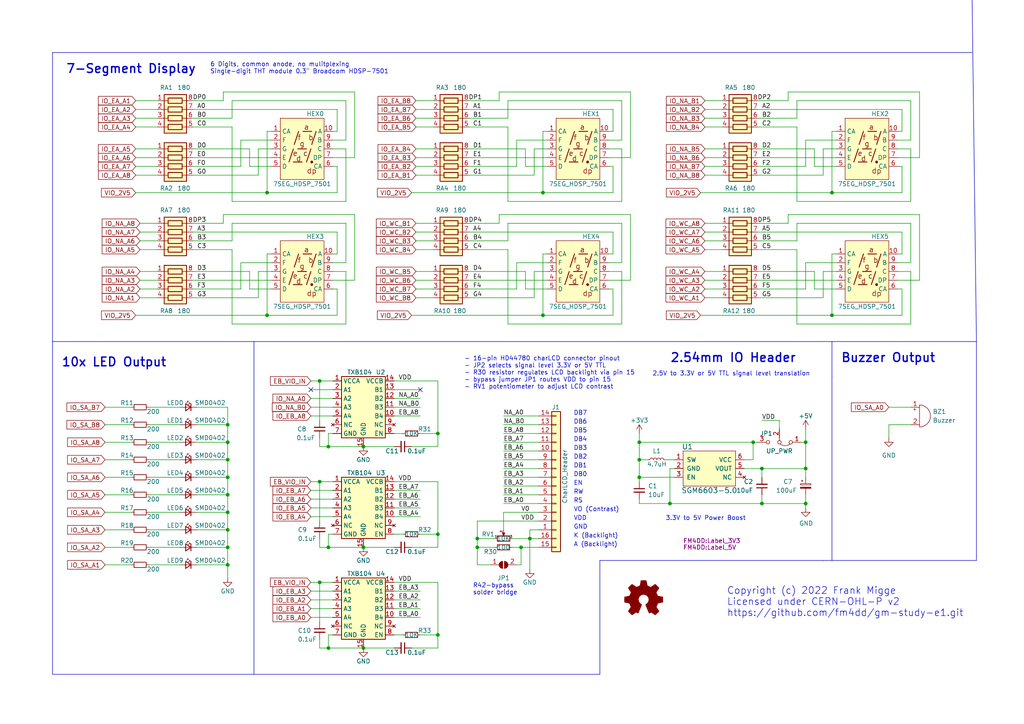
<source format=kicad_sch>
(kicad_sch (version 20230121) (generator eeschema)
  (paper "A4")
  (title_block (title "GateMate E1 Study Board - Output Signals") (date "2023-03-25"))
  (lib_symbols
    (symbol "7seg9-rescue:CP_Small-Device" (pin_numbers hide) (pin_names (offset 0.254) hide)
      (property "Reference" "C" (at 0.254 1.778 0))
      (property "Value" "CP_Small-Device" (at 0.254 -2.032 0))
      (symbol "CP_Small-Device_1_1"
        (pin passive line (at 0 2.54 270) (length 1.8542) (name "~") (number "1"))
        (pin passive line (at 0 -2.54 90) (length 1.8542) (name "~") (number "2"))
      )
    )
    (symbol "7seg9-rescue:SGM6603-5.0-01_FM4DD" (pin_names (offset 1.016))
      (property "Reference" "U1" (at -6.35 11.43 0))
      (property "Value" "SGM6603-5.0" (at 0 -1.27 0))
      (symbol "SGM6603-5.0-01_FM4DD_1_1"
        (pin input line (at -10.16 7.62 0) (length 2.54) (name "SW") (number "1"))
        (pin passive line (at -10.16 5.08 0) (length 2.54) (name "GND") (number "2"))
        (pin input line (at -10.16 2.54 0) (length 2.54) (name "EN") (number "3"))
        (pin no_connect line (at 10.16 2.54 180) (length 2.54) (name "NC") (number "4"))
        (pin power_out line (at 10.16 5.08 180) (length 2.54) (name "VOUT") (number "5"))
        (pin power_in line (at 10.16 7.62 180) (length 2.54) (name "VCC") (number "6"))
      )
    )
    (symbol "Device:Buzzer" (pin_names (offset 0.0254) hide)
      (property "Reference" "BZ" (at 3.81 1.27 0))
      (property "Value" "Buzzer" (at 3.81 -1.27 0))
      (symbol "Buzzer_1_1"
        (pin passive line (at -2.54 2.54 0) (length 2.54) (name "-") (number "1"))
        (pin passive line (at -2.54 -2.54 0) (length 2.54) (name "+") (number "2"))
      )
    )
    (symbol "Device:C_Small" (pin_numbers hide) (pin_names (offset 0.254) hide)
      (property "Reference" "C" (at 0.254 1.778 0))
      (property "Value" "C_Small" (at 0.254 -2.032 0))
      (symbol "C_Small_1_1"
        (pin passive line (at 0 2.54 270) (length 2.032) (name "~") (number "1"))
        (pin passive line (at 0 -2.54 90) (length 2.032) (name "~") (number "2"))
      )
    )
    (symbol "Device:LED_Small" (pin_numbers hide) (pin_names (offset 0.254) hide)
      (property "Reference" "D" (at -1.27 3.175 0))
      (property "Value" "LED_Small" (at -4.445 -2.54 0))
      (symbol "LED_Small_1_1"
        (pin passive line (at -2.54 0 0) (length 1.778) (name "K") (number "1"))
        (pin passive line (at 2.54 0 180) (length 1.778) (name "A") (number "2"))
      )
    )
    (symbol "Device:L_Small" (pin_numbers hide) (pin_names (offset 0.254) hide)
      (property "Reference" "L" (at 0.762 1.016 0))
      (property "Value" "L_Small" (at 0.762 -1.016 0))
      (symbol "L_Small_1_1"
        (pin passive line (at 0 2.54 270) (length 0.508) (name "~") (number "1"))
        (pin passive line (at 0 -2.54 90) (length 0.508) (name "~") (number "2"))
      )
    )
    (symbol "Device:R_Potentiometer_Small" (pin_names (offset 1.016) hide)
      (property "Reference" "RV" (at -4.445 0 90))
      (property "Value" "R_Potentiometer_Small" (at -2.54 0 90))
      (symbol "R_Potentiometer_Small_1_1"
        (pin passive line (at 0 2.54 270) (length 0.635) (name "1") (number "1"))
        (pin passive line (at 2.54 0 180) (length 0.9906) (name "2") (number "2"))
        (pin passive line (at 0 -2.54 90) (length 0.635) (name "3") (number "3"))
      )
    )
    (symbol "Device:R_Small" (pin_numbers hide) (pin_names (offset 0.254) hide)
      (property "Reference" "R" (at 0.762 0.508 0))
      (property "Value" "R_Small" (at 0.762 -1.016 0))
      (symbol "R_Small_1_1"
        (pin passive line (at 0 2.54 270) (length 0.762) (name "~") (number "1"))
        (pin passive line (at 0 -2.54 90) (length 0.762) (name "~") (number "2"))
      )
    )
    (symbol "FM4DD:7SEG_HDSP_7501"
      (property "Reference" "HEX" (at 3.81 10.16 0))
      (property "Value" "7SEG_HDSP_7501" (at 0 -15.24 0))
      (symbol "7SEG_HDSP_7501_0_0"
        (text "a" (at 1.27 6.35 0) (effects (font (size 1.524 1.524))))
        (text "b" (at 2.54 3.3 0) (effects (font (size 1.524 1.524))))
        (text "c" (at 1 -1.27 0) (effects (font (size 1.524 1.524))))
        (text "d" (at -1 -2.794 0) (effects (font (size 1.524 1.524))))
        (text "dp" (at 2.794 -6.35 0) (effects (font (size 1.524 1.524))))
        (text "e" (at -2 -1.27 0) (effects (font (size 1.524 1.524))))
        (text "f" (at -0.8 3.3 0) (effects (font (size 1.524 1.524))))
        (text "g" (at 0 1.524 0) (effects (font (size 1.524 1.524))))
      )
      (symbol "7SEG_HDSP_7501_1_1"
        (pin input line (at -8.89 5.08 0) (length 2.54) (name "CA") (number "1"))
        (pin input line (at 8.89 5.08 180) (length 2.54) (name "A") (number "10"))
        (pin input line (at -8.89 2.54 0) (length 2.54) (name "F") (number "2"))
        (pin input line (at -8.89 0 0) (length 2.54) (name "G") (number "3"))
        (pin input line (at -8.89 -2.54 0) (length 2.54) (name "E") (number "4"))
        (pin input line (at -8.89 -5.08 0) (length 2.54) (name "D") (number "5"))
        (pin input line (at 8.89 -5.08 180) (length 2.54) (name "CA") (number "6"))
        (pin input line (at 8.89 -2.54 180) (length 2.54) (name "DP") (number "7"))
        (pin input line (at 8.89 0 180) (length 2.54) (name "C") (number "8"))
        (pin input line (at 8.89 2.54 180) (length 2.54) (name "B") (number "9"))
      )
    )
    (symbol "FM4DD:CharLCD_Header" (pin_names (offset 1.016) hide)
      (property "Reference" "J1" (at -1.27 20.32 0))
      (property "Value" "CharLCD_Header" (at 2.54 -6.35 90))
      (symbol "CharLCD_Header_1_1"
        (pin passive line (at -5.08 -15.24 0) (length 3.81) (name "Pin_1") (number "1"))
        (pin passive line (at -5.08 7.62 0) (length 3.81) (name "Pin_10") (number "10"))
        (pin passive line (at -5.08 10.16 0) (length 3.81) (name "Pin_11") (number "11"))
        (pin passive line (at -5.08 12.7 0) (length 3.81) (name "Pin_12") (number "12"))
        (pin passive line (at -5.08 15.24 0) (length 3.81) (name "Pin_13") (number "13"))
        (pin passive line (at -5.08 17.78 0) (length 3.81) (name "Pin_14") (number "14"))
        (pin passive line (at -5.08 -20.32 0) (length 3.81) (name "Pin_15") (number "15"))
        (pin passive line (at -5.08 -17.78 0) (length 3.81) (name "Pin_16") (number "16"))
        (pin passive line (at -5.08 -12.7 0) (length 3.81) (name "Pin_2") (number "2"))
        (pin passive line (at -5.08 -10.16 0) (length 3.81) (name "Pin_3") (number "3"))
        (pin passive line (at -5.08 -7.62 0) (length 3.81) (name "Pin_4") (number "4"))
        (pin passive line (at -5.08 -5.08 0) (length 3.81) (name "Pin_5") (number "5"))
        (pin passive line (at -5.08 -2.54 0) (length 3.81) (name "Pin_6") (number "6"))
        (pin passive line (at -5.08 0 0) (length 3.81) (name "Pin_7") (number "7"))
        (pin passive line (at -5.08 2.54 0) (length 3.81) (name "Pin_8") (number "8"))
        (pin passive line (at -5.08 5.08 0) (length 3.81) (name "Pin_9") (number "9"))
      )
    )
    (symbol "FM4DD:LSF0204"
      (property "Reference" "U" (at -5.842 10.16 0))
      (property "Value" "LSF0204" (at 0 0.762 90))
      (symbol "LSF0204_1_1"
        (pin power_in line (at -8.89 7.62 0) (length 2.54) (name "VCCA") (number "1"))
        (pin bidirectional line (at 8.89 -2.54 180) (length 2.54) (name "B4") (number "10"))
        (pin bidirectional line (at 8.89 0 180) (length 2.54) (name "B3") (number "11"))
        (pin bidirectional line (at 8.89 2.54 180) (length 2.54) (name "B2") (number "12"))
        (pin bidirectional line (at 8.89 5.08 180) (length 2.54) (name "B1") (number "13"))
        (pin power_in line (at 8.89 7.62 180) (length 2.54) (name "VCCB") (number "14"))
        (pin power_in line (at 0 -11.43 90) (length 2.54) (name "GND") (number "15"))
        (pin bidirectional line (at -8.89 5.08 0) (length 2.54) (name "A1") (number "2"))
        (pin bidirectional line (at -8.89 2.54 0) (length 2.54) (name "A2") (number "3"))
        (pin bidirectional line (at -8.89 0 0) (length 2.54) (name "A3") (number "4"))
        (pin bidirectional line (at -8.89 -2.54 0) (length 2.54) (name "A4") (number "5"))
        (pin no_connect line (at -8.89 -5.08 0) (length 2.54) (name "NC") (number "6"))
        (pin power_in line (at -8.89 -7.62 0) (length 2.54) (name "GND") (number "7"))
        (pin input line (at 8.89 -7.62 180) (length 2.54) (name "EN") (number "8"))
        (pin no_connect line (at 8.89 -5.08 180) (length 2.54) (name "NC") (number "9"))
      )
    )
    (symbol "FM4DD:Label_3V3" (pin_numbers hide) (pin_names (offset 0) hide)
      (property "Footprint" "FM4DD:Label_3V3" (at 0 0 0))
    )
    (symbol "FM4DD:Label_5V" (pin_numbers hide) (pin_names (offset 0) hide)
      (property "Footprint" "FM4DD:Label_5V" (at 0 0 0))
    )
    (symbol "Graphic:Logo_Open_Hardware_Small" (pin_names (offset 1.016)))
    (symbol "Jumper:Jumper_3_Bridged12" (pin_names (offset 0) hide)
      (property "Reference" "JP" (at -2.54 -2.54 0))
      (property "Value" "Jumper_3_Bridged12" (at 0 2.794 0))
      (symbol "Jumper_3_Bridged12_1_1"
        (pin passive line (at -6.35 0 0) (length 2.54) (name "A") (number "1"))
        (pin passive line (at 0 -3.81 90) (length 2.54) (name "C") (number "2"))
        (pin passive line (at 6.35 0 180) (length 2.54) (name "B") (number "3"))
      )
    )
    (symbol "Jumper:SolderJumper_2_Open" (pin_names (offset 0) hide)
      (property "Reference" "JP" (at 0 2.032 0))
      (property "Value" "SolderJumper_2_Open" (at 0 -2.54 0))
      (symbol "SolderJumper_2_Open_1_1"
        (pin passive line (at -3.81 0 0) (length 2.54) (name "A") (number "1"))
        (pin passive line (at 3.81 0 180) (length 2.54) (name "B") (number "2"))
      )
    )
    (symbol "LSF0204_1"
      (property "Reference" "U" (at -5.842 10.16 0))
      (property "Value" "LSF0204_1" (at 0 0.762 90))
      (symbol "LSF0204_1_1_1"
        (pin power_in line (at -8.89 7.62 0) (length 2.54) (name "VCCA") (number "1"))
        (pin bidirectional line (at 8.89 -2.54 180) (length 2.54) (name "B4") (number "10"))
        (pin bidirectional line (at 8.89 0 180) (length 2.54) (name "B3") (number "11"))
        (pin bidirectional line (at 8.89 2.54 180) (length 2.54) (name "B2") (number "12"))
        (pin bidirectional line (at 8.89 5.08 180) (length 2.54) (name "B1") (number "13"))
        (pin power_in line (at 8.89 7.62 180) (length 2.54) (name "VCCB") (number "14"))
        (pin power_in line (at 0 -11.43 90) (length 2.54) (name "GND") (number "15"))
        (pin bidirectional line (at -8.89 5.08 0) (length 2.54) (name "A1") (number "2"))
        (pin bidirectional line (at -8.89 2.54 0) (length 2.54) (name "A2") (number "3"))
        (pin bidirectional line (at -8.89 0 0) (length 2.54) (name "A3") (number "4"))
        (pin bidirectional line (at -8.89 -2.54 0) (length 2.54) (name "A4") (number "5"))
        (pin no_connect line (at -8.89 -5.08 0) (length 2.54) (name "NC") (number "6"))
        (pin power_in line (at -8.89 -7.62 0) (length 2.54) (name "GND") (number "7"))
        (pin input line (at 8.89 -7.62 180) (length 2.54) (name "EN") (number "8"))
        (pin no_connect line (at 8.89 -5.08 180) (length 2.54) (name "NC") (number "9"))
      )
    )
    (symbol "LSF0204_2"
      (property "Reference" "U" (at -5.842 10.16 0))
      (property "Value" "LSF0204_2" (at 0 0.762 90))
      (symbol "LSF0204_2_1_1"
        (pin power_in line (at -8.89 7.62 0) (length 2.54) (name "VCCA") (number "1"))
        (pin bidirectional line (at 8.89 -2.54 180) (length 2.54) (name "B4") (number "10"))
        (pin bidirectional line (at 8.89 0 180) (length 2.54) (name "B3") (number "11"))
        (pin bidirectional line (at 8.89 2.54 180) (length 2.54) (name "B2") (number "12"))
        (pin bidirectional line (at 8.89 5.08 180) (length 2.54) (name "B1") (number "13"))
        (pin power_in line (at 8.89 7.62 180) (length 2.54) (name "VCCB") (number "14"))
        (pin power_in line (at 0 -11.43 90) (length 2.54) (name "GND") (number "15"))
        (pin bidirectional line (at -8.89 5.08 0) (length 2.54) (name "A1") (number "2"))
        (pin bidirectional line (at -8.89 2.54 0) (length 2.54) (name "A2") (number "3"))
        (pin bidirectional line (at -8.89 0 0) (length 2.54) (name "A3") (number "4"))
        (pin bidirectional line (at -8.89 -2.54 0) (length 2.54) (name "A4") (number "5"))
        (pin no_connect line (at -8.89 -5.08 0) (length 2.54) (name "NC") (number "6"))
        (pin power_in line (at -8.89 -7.62 0) (length 2.54) (name "GND") (number "7"))
        (pin input line (at 8.89 -7.62 180) (length 2.54) (name "EN") (number "8"))
        (pin no_connect line (at 8.89 -5.08 180) (length 2.54) (name "NC") (number "9"))
      )
    )
    (symbol "R_Array_04_1" (pin_names (offset 0) hide)
      (property "Reference" "RA" (at 0 7.366 0))
      (property "Value" "R_Array_04_1" (at 0 -10.16 0))
      (symbol "R_Array_04_1_1_1"
        (pin passive line (at -5.08 3.81 0) (length 1.27) (name "R1") (number "1"))
        (pin passive line (at -5.08 1.27 0) (length 1.27) (name "R2") (number "2"))
        (pin passive line (at -5.08 -1.27 0) (length 1.27) (name "R3") (number "3"))
        (pin passive line (at -5.08 -3.81 0) (length 1.27) (name "R4") (number "4"))
        (pin passive line (at 5.08 -3.81 180) (length 1.27) (name "R4") (number "5"))
        (pin passive line (at 5.08 -1.27 180) (length 1.27) (name "R3") (number "6"))
        (pin passive line (at 5.08 1.27 180) (length 1.27) (name "R2") (number "7"))
        (pin passive line (at 5.08 3.81 180) (length 1.27) (name "R1") (number "8"))
      )
    )
    (symbol "R_Array_04_2" (pin_names (offset 0) hide)
      (property "Reference" "RA" (at 0 7.366 0))
      (property "Value" "R_Array_04_2" (at 0 -10.16 0))
      (symbol "R_Array_04_2_1_1"
        (pin passive line (at -5.08 3.81 0) (length 1.27) (name "R1") (number "1"))
        (pin passive line (at -5.08 1.27 0) (length 1.27) (name "R2") (number "2"))
        (pin passive line (at -5.08 -1.27 0) (length 1.27) (name "R3") (number "3"))
        (pin passive line (at -5.08 -3.81 0) (length 1.27) (name "R4") (number "4"))
        (pin passive line (at 5.08 -3.81 180) (length 1.27) (name "R4") (number "5"))
        (pin passive line (at 5.08 -1.27 180) (length 1.27) (name "R3") (number "6"))
        (pin passive line (at 5.08 1.27 180) (length 1.27) (name "R2") (number "7"))
        (pin passive line (at 5.08 3.81 180) (length 1.27) (name "R1") (number "8"))
      )
    )
    (symbol "power:+3V3" (power) (pin_names (offset 0))
      (property "Value" "+3V3" (at 0 3.556 0))
      (symbol "+3V3_1_1"
        (pin power_in line (at 0 0 90) (length 0) hide (name "+3V3") (number "1"))
      )
    )
    (symbol "power:+5V" (power) (pin_names (offset 0))
      (property "Value" "+5V" (at 0 3.556 0))
      (symbol "+5V_1_1"
        (pin power_in line (at 0 0 90) (length 0) hide (name "+5V") (number "1"))
      )
    )
    (symbol "power:GND" (power) (pin_names (offset 0))
      (property "Value" "GND" (at 0 -3.81 0))
      (symbol "GND_1_1"
        (pin power_in line (at 0 0 270) (length 0) hide (name "GND") (number "1"))
      )
    )
  )
  (junction (at 138.43 156.21))
  (junction (at 233.68 135.89))
  (junction (at 233.68 146.05))
  (junction (at 185.42 128.27))
  (junction (at 233.68 128.27))
  (junction (at 66.04 123.19))
  (junction (at 77.47 55.88))
  (junction (at 77.47 91.44))
  (junction (at 92.71 168.91))
  (junction (at 220.98 135.89))
  (junction (at 138.43 158.75))
  (junction (at 105.41 158.75))
  (junction (at 66.04 153.67))
  (junction (at 218.44 128.27))
  (junction (at 157.48 55.88))
  (junction (at 95.25 129.54))
  (junction (at 66.04 163.83))
  (junction (at 153.67 156.21))
  (junction (at 92.71 110.49))
  (junction (at 105.41 187.96))
  (junction (at 151.13 158.75))
  (junction (at 185.42 133.35))
  (junction (at 185.42 138.43))
  (junction (at 220.98 146.05))
  (junction (at 92.71 139.7))
  (junction (at 127 154.94))
  (junction (at 127 125.73))
  (junction (at 241.3 91.44))
  (junction (at 127 184.15))
  (junction (at 66.04 133.35))
  (junction (at 66.04 143.51))
  (junction (at 66.04 158.75))
  (junction (at 194.31 146.05))
  (junction (at 95.25 187.96))
  (junction (at 95.25 158.75))
  (junction (at 66.04 128.27))
  (junction (at 241.3 55.88))
  (junction (at 66.04 148.59))
  (junction (at 157.48 91.44))
  (junction (at 105.41 129.54))
  (junction (at 66.04 138.43))
  (no_connect (at 121.92 113.03))
  (no_connect (at 90.17 113.03))
  (wire (pts (xy 114.3 120.65) (xy 121.92 120.65)))
  (wire (pts (xy 97.79 48.26) (xy 97.79 55.88)))
  (wire (pts (xy 260.35 76.2) (xy 264.16 76.2)))
  (wire (pts (xy 185.42 144.78) (xy 185.42 146.05)))
  (wire (pts (xy 77.47 55.88) (xy 77.47 38.1)))
  (wire (pts (xy 67.31 36.83) (xy 67.31 58.42)))
  (wire (pts (xy 57.15 153.67) (xy 66.04 153.67)))
  (wire (pts (xy 135.89 31.75) (xy 177.8 31.75)))
  (wire (pts (xy 39.37 48.26) (xy 45.72 48.26)))
  (wire (pts (xy 194.31 135.89) (xy 194.31 146.05)))
  (wire (pts (xy 204.47 69.85) (xy 209.55 69.85)))
  (wire (pts (xy 121.92 125.73) (xy 127 125.73)))
  (wire (pts (xy 236.22 78.74) (xy 236.22 83.82)))
  (wire (pts (xy 74.93 50.8) (xy 55.88 50.8)))
  (wire (pts (xy 92.71 127) (xy 92.71 129.54)))
  (wire (pts (xy 231.14 58.42) (xy 264.16 58.42)))
  (wire (pts (xy 266.7 62.23) (xy 266.7 81.28)))
  (polyline (pts (xy 241.3 99.06) (xy 241.3 109.22)))
  (polyline (pts (xy 173.99 162.56) (xy 238.76 162.56)))
  (wire (pts (xy 95.25 129.54) (xy 105.41 129.54)))
  (wire (pts (xy 120.65 43.18) (xy 125.73 43.18)))
  (wire (pts (xy 241.3 55.88) (xy 241.3 38.1)))
  (wire (pts (xy 266.7 81.28) (xy 260.35 81.28)))
  (wire (pts (xy 105.41 129.54) (xy 114.3 129.54)))
  (wire (pts (xy 67.31 29.21) (xy 67.31 34.29)))
  (wire (pts (xy 147.32 64.77) (xy 147.32 69.85)))
  (wire (pts (xy 55.88 83.82) (xy 69.85 83.82)))
  (wire (pts (xy 153.67 156.21) (xy 156.21 156.21)))
  (wire (pts (xy 260.35 73.66) (xy 261.62 73.66)))
  (wire (pts (xy 40.64 83.82) (xy 45.72 83.82)))
  (wire (pts (xy 57.15 133.35) (xy 66.04 133.35)))
  (wire (pts (xy 158.75 38.1) (xy 157.48 38.1)))
  (wire (pts (xy 69.85 48.26) (xy 69.85 40.64)))
  (wire (pts (xy 92.71 156.21) (xy 92.71 158.75)))
  (wire (pts (xy 57.15 128.27) (xy 66.04 128.27)))
  (wire (pts (xy 100.33 76.2) (xy 100.33 64.77)))
  (wire (pts (xy 138.43 158.75) (xy 138.43 163.83)))
  (wire (pts (xy 120.65 31.75) (xy 125.73 31.75)))
  (wire (pts (xy 264.16 40.64) (xy 264.16 29.21)))
  (wire (pts (xy 127 110.49) (xy 127 125.73)))
  (wire (pts (xy 96.52 173.99) (xy 90.17 173.99)))
  (wire (pts (xy 264.16 64.77) (xy 231.14 64.77)))
  (wire (pts (xy 66.04 128.27) (xy 66.04 133.35)))
  (wire (pts (xy 195.58 133.35) (xy 193.04 133.35)))
  (wire (pts (xy 146.05 135.89) (xy 156.21 135.89)))
  (wire (pts (xy 215.9 133.35) (xy 218.44 133.35)))
  (wire (pts (xy 204.47 67.31) (xy 209.55 67.31)))
  (wire (pts (xy 120.65 69.85) (xy 125.73 69.85)))
  (wire (pts (xy 116.84 184.15) (xy 114.3 184.15)))
  (wire (pts (xy 144.78 29.21) (xy 144.78 26.67)))
  (wire (pts (xy 147.32 69.85) (xy 135.89 69.85)))
  (wire (pts (xy 120.65 34.29) (xy 125.73 34.29)))
  (wire (pts (xy 219.71 78.74) (xy 236.22 78.74)))
  (wire (pts (xy 72.39 48.26) (xy 78.74 48.26)))
  (wire (pts (xy 233.68 48.26) (xy 233.68 40.64)))
  (wire (pts (xy 204.47 81.28) (xy 209.55 81.28)))
  (wire (pts (xy 135.89 45.72) (xy 158.75 45.72)))
  (wire (pts (xy 43.18 133.35) (xy 52.07 133.35)))
  (wire (pts (xy 39.37 36.83) (xy 45.72 36.83)))
  (wire (pts (xy 40.64 72.39) (xy 45.72 72.39)))
  (wire (pts (xy 119.38 187.96) (xy 127 187.96)))
  (wire (pts (xy 66.04 138.43) (xy 66.04 143.51)))
  (wire (pts (xy 92.71 168.91) (xy 96.52 168.91)))
  (wire (pts (xy 66.04 123.19) (xy 66.04 128.27)))
  (wire (pts (xy 30.48 158.75) (xy 38.1 158.75)))
  (wire (pts (xy 96.52 125.73) (xy 95.25 125.73)))
  (wire (pts (xy 100.33 64.77) (xy 67.31 64.77)))
  (wire (pts (xy 30.48 163.83) (xy 38.1 163.83)))
  (wire (pts (xy 40.64 64.77) (xy 45.72 64.77)))
  (wire (pts (xy 182.88 45.72) (xy 176.53 45.72)))
  (wire (pts (xy 218.44 133.35) (xy 218.44 128.27)))
  (wire (pts (xy 74.93 43.18) (xy 74.93 50.8)))
  (wire (pts (xy 146.05 130.81) (xy 156.21 130.81)))
  (wire (pts (xy 236.22 83.82) (xy 242.57 83.82)))
  (wire (pts (xy 238.76 43.18) (xy 238.76 50.8)))
  (wire (pts (xy 102.87 81.28) (xy 96.52 81.28)))
  (wire (pts (xy 204.47 36.83) (xy 209.55 36.83)))
  (wire (pts (xy 64.77 64.77) (xy 64.77 62.23)))
  (wire (pts (xy 146.05 133.35) (xy 156.21 133.35)))
  (wire (pts (xy 231.14 69.85) (xy 219.71 69.85)))
  (wire (pts (xy 96.52 147.32) (xy 90.17 147.32)))
  (wire (pts (xy 220.98 135.89) (xy 233.68 135.89)))
  (wire (pts (xy 266.7 26.67) (xy 266.7 45.72)))
  (wire (pts (xy 177.8 55.88) (xy 157.48 55.88)))
  (wire (pts (xy 55.88 78.74) (xy 72.39 78.74)))
  (wire (pts (xy 92.71 110.49) (xy 92.71 121.92)))
  (wire (pts (xy 66.04 158.75) (xy 66.04 163.83)))
  (wire (pts (xy 74.93 86.36) (xy 55.88 86.36)))
  (wire (pts (xy 232.41 128.27) (xy 233.68 128.27)))
  (wire (pts (xy 242.57 38.1) (xy 241.3 38.1)))
  (wire (pts (xy 231.14 34.29) (xy 219.71 34.29)))
  (wire (pts (xy 64.77 62.23) (xy 102.87 62.23)))
  (wire (pts (xy 266.7 45.72) (xy 260.35 45.72)))
  (wire (pts (xy 92.71 139.7) (xy 96.52 139.7)))
  (wire (pts (xy 114.3 144.78) (xy 121.92 144.78)))
  (wire (pts (xy 204.47 45.72) (xy 209.55 45.72)))
  (wire (pts (xy 127 139.7) (xy 127 154.94)))
  (wire (pts (xy 39.37 43.18) (xy 45.72 43.18)))
  (wire (pts (xy 90.17 139.7) (xy 92.71 139.7)))
  (wire (pts (xy 204.47 83.82) (xy 209.55 83.82)))
  (wire (pts (xy 185.42 128.27) (xy 185.42 133.35)))
  (wire (pts (xy 97.79 38.1) (xy 97.79 31.75)))
  (wire (pts (xy 96.52 73.66) (xy 97.79 73.66)))
  (wire (pts (xy 69.85 40.64) (xy 78.74 40.64)))
  (wire (pts (xy 55.88 64.77) (xy 64.77 64.77)))
  (wire (pts (xy 95.25 125.73) (xy 95.25 129.54)))
  (wire (pts (xy 261.62 83.82) (xy 261.62 91.44)))
  (wire (pts (xy 114.3 149.86) (xy 121.92 149.86)))
  (wire (pts (xy 180.34 93.98) (xy 180.34 78.74)))
  (wire (pts (xy 236.22 48.26) (xy 242.57 48.26)))
  (wire (pts (xy 102.87 26.67) (xy 102.87 45.72)))
  (wire (pts (xy 135.89 48.26) (xy 149.86 48.26)))
  (wire (pts (xy 127 129.54) (xy 127 125.73)))
  (wire (pts (xy 66.04 143.51) (xy 66.04 148.59)))
  (wire (pts (xy 57.15 158.75) (xy 66.04 158.75)))
  (wire (pts (xy 57.15 148.59) (xy 66.04 148.59)))
  (polyline (pts (xy 281.94 15.24) (xy 15.24 15.24)))
  (wire (pts (xy 204.47 34.29) (xy 209.55 34.29)))
  (wire (pts (xy 138.43 156.21) (xy 138.43 158.75)))
  (wire (pts (xy 138.43 158.75) (xy 143.51 158.75)))
  (wire (pts (xy 120.65 86.36) (xy 125.73 86.36)))
  (wire (pts (xy 55.88 72.39) (xy 67.31 72.39)))
  (wire (pts (xy 74.93 78.74) (xy 74.93 86.36)))
  (wire (pts (xy 39.37 45.72) (xy 45.72 45.72)))
  (wire (pts (xy 69.85 76.2) (xy 78.74 76.2)))
  (wire (pts (xy 204.47 78.74) (xy 209.55 78.74)))
  (wire (pts (xy 264.16 76.2) (xy 264.16 64.77)))
  (wire (pts (xy 180.34 58.42) (xy 180.34 43.18)))
  (wire (pts (xy 151.13 163.83) (xy 151.13 158.75)))
  (wire (pts (xy 264.16 123.19) (xy 257.81 123.19)))
  (wire (pts (xy 220.98 146.05) (xy 233.68 146.05)))
  (wire (pts (xy 96.52 40.64) (xy 100.33 40.64)))
  (wire (pts (xy 176.53 76.2) (xy 180.34 76.2)))
  (wire (pts (xy 220.98 138.43) (xy 220.98 135.89)))
  (wire (pts (xy 144.78 62.23) (xy 182.88 62.23)))
  (wire (pts (xy 100.33 58.42) (xy 100.33 43.18)))
  (wire (pts (xy 67.31 72.39) (xy 67.31 93.98)))
  (polyline (pts (xy 281.94 -1.27) (xy 283.21 99.06)))
  (wire (pts (xy 231.14 64.77) (xy 231.14 69.85)))
  (wire (pts (xy 264.16 93.98) (xy 264.16 78.74)))
  (wire (pts (xy 121.92 154.94) (xy 127 154.94)))
  (wire (pts (xy 180.34 78.74) (xy 176.53 78.74)))
  (wire (pts (xy 146.05 140.97) (xy 156.21 140.97)))
  (wire (pts (xy 114.3 147.32) (xy 121.92 147.32)))
  (wire (pts (xy 30.48 143.51) (xy 38.1 143.51)))
  (wire (pts (xy 154.94 50.8) (xy 135.89 50.8)))
  (wire (pts (xy 219.71 45.72) (xy 242.57 45.72)))
  (wire (pts (xy 203.2 91.44) (xy 241.3 91.44)))
  (wire (pts (xy 90.17 168.91) (xy 92.71 168.91)))
  (wire (pts (xy 119.38 55.88) (xy 157.48 55.88)))
  (wire (pts (xy 67.31 58.42) (xy 100.33 58.42)))
  (wire (pts (xy 146.05 143.51) (xy 156.21 143.51)))
  (wire (pts (xy 43.18 158.75) (xy 52.07 158.75)))
  (wire (pts (xy 114.3 168.91) (xy 127 168.91)))
  (wire (pts (xy 146.05 125.73) (xy 156.21 125.73)))
  (wire (pts (xy 39.37 55.88) (xy 77.47 55.88)))
  (polyline (pts (xy 15.24 15.24) (xy 15.24 99.06)))
  (wire (pts (xy 67.31 64.77) (xy 67.31 69.85)))
  (wire (pts (xy 43.18 118.11) (xy 52.07 118.11)))
  (wire (pts (xy 219.71 48.26) (xy 233.68 48.26)))
  (wire (pts (xy 219.71 67.31) (xy 261.62 67.31)))
  (wire (pts (xy 114.3 179.07) (xy 121.92 179.07)))
  (wire (pts (xy 39.37 34.29) (xy 45.72 34.29)))
  (wire (pts (xy 55.88 48.26) (xy 69.85 48.26)))
  (wire (pts (xy 147.32 93.98) (xy 180.34 93.98)))
  (wire (pts (xy 66.04 118.11) (xy 66.04 123.19)))
  (wire (pts (xy 260.35 40.64) (xy 264.16 40.64)))
  (wire (pts (xy 146.05 120.65) (xy 156.21 120.65)))
  (wire (pts (xy 57.15 118.11) (xy 66.04 118.11)))
  (wire (pts (xy 180.34 64.77) (xy 147.32 64.77)))
  (polyline (pts (xy 73.66 195.58) (xy 73.66 99.06)))
  (wire (pts (xy 100.33 29.21) (xy 67.31 29.21)))
  (wire (pts (xy 40.64 81.28) (xy 45.72 81.28)))
  (wire (pts (xy 264.16 43.18) (xy 260.35 43.18)))
  (wire (pts (xy 154.94 78.74) (xy 154.94 86.36)))
  (wire (pts (xy 120.65 81.28) (xy 125.73 81.28)))
  (wire (pts (xy 57.15 163.83) (xy 66.04 163.83)))
  (wire (pts (xy 238.76 50.8) (xy 219.71 50.8)))
  (wire (pts (xy 233.68 40.64) (xy 242.57 40.64)))
  (wire (pts (xy 219.71 83.82) (xy 233.68 83.82)))
  (wire (pts (xy 204.47 72.39) (xy 209.55 72.39)))
  (wire (pts (xy 67.31 34.29) (xy 55.88 34.29)))
  (wire (pts (xy 185.42 146.05) (xy 194.31 146.05)))
  (wire (pts (xy 261.62 38.1) (xy 261.62 31.75)))
  (wire (pts (xy 64.77 26.67) (xy 102.87 26.67)))
  (wire (pts (xy 219.71 29.21) (xy 228.6 29.21)))
  (polyline (pts (xy 283.21 161.29) (xy 283.21 162.56)))
  (polyline (pts (xy 283.21 161.29) (xy 283.21 99.06)))
  (wire (pts (xy 77.47 91.44) (xy 77.47 73.66)))
  (wire (pts (xy 121.92 184.15) (xy 127 184.15)))
  (wire (pts (xy 215.9 135.89) (xy 220.98 135.89)))
  (polyline (pts (xy 15.24 99.06) (xy 15.24 195.58)))
  (wire (pts (xy 264.16 29.21) (xy 231.14 29.21)))
  (wire (pts (xy 176.53 38.1) (xy 177.8 38.1)))
  (wire (pts (xy 92.71 158.75) (xy 95.25 158.75)))
  (wire (pts (xy 241.3 91.44) (xy 241.3 73.66)))
  (wire (pts (xy 43.18 163.83) (xy 52.07 163.83)))
  (polyline (pts (xy 15.24 195.58) (xy 73.66 195.58)))
  (wire (pts (xy 157.48 55.88) (xy 157.48 38.1)))
  (wire (pts (xy 92.71 185.42) (xy 92.71 187.96)))
  (wire (pts (xy 67.31 93.98) (xy 100.33 93.98)))
  (wire (pts (xy 204.47 50.8) (xy 209.55 50.8)))
  (wire (pts (xy 257.81 123.19) (xy 257.81 127)))
  (wire (pts (xy 158.75 43.18) (xy 154.94 43.18)))
  (wire (pts (xy 146.05 146.05) (xy 156.21 146.05)))
  (wire (pts (xy 96.52 154.94) (xy 95.25 154.94)))
  (wire (pts (xy 96.52 76.2) (xy 100.33 76.2)))
  (wire (pts (xy 147.32 36.83) (xy 147.32 58.42)))
  (wire (pts (xy 147.32 72.39) (xy 147.32 93.98)))
  (wire (pts (xy 78.74 38.1) (xy 77.47 38.1)))
  (wire (pts (xy 55.88 67.31) (xy 97.79 67.31)))
  (wire (pts (xy 264.16 78.74) (xy 260.35 78.74)))
  (wire (pts (xy 96.52 120.65) (xy 90.17 120.65)))
  (wire (pts (xy 114.3 125.73) (xy 116.84 125.73)))
  (wire (pts (xy 69.85 83.82) (xy 69.85 76.2)))
  (wire (pts (xy 149.86 83.82) (xy 149.86 76.2)))
  (wire (pts (xy 138.43 163.83) (xy 142.24 163.83)))
  (wire (pts (xy 264.16 58.42) (xy 264.16 43.18)))
  (wire (pts (xy 66.04 153.67) (xy 66.04 158.75)))
  (wire (pts (xy 114.3 154.94) (xy 116.84 154.94)))
  (wire (pts (xy 195.58 135.89) (xy 194.31 135.89)))
  (wire (pts (xy 261.62 73.66) (xy 261.62 67.31)))
  (wire (pts (xy 153.67 153.67) (xy 153.67 156.21)))
  (wire (pts (xy 120.65 36.83) (xy 125.73 36.83)))
  (wire (pts (xy 204.47 43.18) (xy 209.55 43.18)))
  (wire (pts (xy 138.43 151.13) (xy 138.43 156.21)))
  (wire (pts (xy 153.67 153.67) (xy 156.21 153.67)))
  (polyline (pts (xy 15.24 99.06) (xy 283.21 99.06)))
  (wire (pts (xy 176.53 40.64) (xy 180.34 40.64)))
  (wire (pts (xy 43.18 138.43) (xy 52.07 138.43)))
  (wire (pts (xy 92.71 187.96) (xy 95.25 187.96)))
  (wire (pts (xy 233.68 124.46) (xy 233.68 128.27)))
  (wire (pts (xy 144.78 26.67) (xy 182.88 26.67)))
  (wire (pts (xy 135.89 29.21) (xy 144.78 29.21)))
  (wire (pts (xy 242.57 73.66) (xy 241.3 73.66)))
  (wire (pts (xy 102.87 45.72) (xy 96.52 45.72)))
  (wire (pts (xy 39.37 31.75) (xy 45.72 31.75)))
  (wire (pts (xy 233.68 128.27) (xy 233.68 135.89)))
  (wire (pts (xy 120.65 83.82) (xy 125.73 83.82)))
  (wire (pts (xy 92.71 129.54) (xy 95.25 129.54)))
  (wire (pts (xy 146.05 148.59) (xy 156.21 148.59)))
  (wire (pts (xy 151.13 158.75) (xy 156.21 158.75)))
  (wire (pts (xy 57.15 138.43) (xy 66.04 138.43)))
  (wire (pts (xy 64.77 29.21) (xy 64.77 26.67)))
  (wire (pts (xy 233.68 135.89) (xy 233.68 138.43)))
  (wire (pts (xy 177.8 83.82) (xy 177.8 91.44)))
  (wire (pts (xy 120.65 50.8) (xy 125.73 50.8)))
  (wire (pts (xy 185.42 138.43) (xy 185.42 139.7)))
  (wire (pts (xy 40.64 67.31) (xy 45.72 67.31)))
  (wire (pts (xy 228.6 26.67) (xy 266.7 26.67)))
  (wire (pts (xy 95.25 158.75) (xy 95.25 154.94)))
  (wire (pts (xy 100.33 40.64) (xy 100.33 29.21)))
  (wire (pts (xy 231.14 36.83) (xy 231.14 58.42)))
  (wire (pts (xy 157.48 91.44) (xy 157.48 73.66)))
  (wire (pts (xy 257.81 118.11) (xy 264.16 118.11)))
  (wire (pts (xy 127 158.75) (xy 127 154.94)))
  (wire (pts (xy 55.88 36.83) (xy 67.31 36.83)))
  (wire (pts (xy 119.38 91.44) (xy 157.48 91.44)))
  (wire (pts (xy 180.34 40.64) (xy 180.34 29.21)))
  (wire (pts (xy 66.04 163.83) (xy 66.04 167.64)))
  (wire (pts (xy 185.42 133.35) (xy 187.96 133.35)))
  (wire (pts (xy 135.89 72.39) (xy 147.32 72.39)))
  (wire (pts (xy 39.37 29.21) (xy 45.72 29.21)))
  (wire (pts (xy 66.04 133.35) (xy 66.04 138.43)))
  (wire (pts (xy 114.3 176.53) (xy 121.92 176.53)))
  (wire (pts (xy 233.68 83.82) (xy 233.68 76.2)))
  (wire (pts (xy 90.17 110.49) (xy 92.71 110.49)))
  (wire (pts (xy 67.31 69.85) (xy 55.88 69.85)))
  (wire (pts (xy 120.65 29.21) (xy 125.73 29.21)))
  (wire (pts (xy 176.53 48.26) (xy 177.8 48.26)))
  (wire (pts (xy 231.14 72.39) (xy 231.14 93.98)))
  (wire (pts (xy 97.79 73.66) (xy 97.79 67.31)))
  (wire (pts (xy 97.79 91.44) (xy 77.47 91.44)))
  (wire (pts (xy 147.32 58.42) (xy 180.34 58.42)))
  (wire (pts (xy 30.48 153.67) (xy 38.1 153.67)))
  (wire (pts (xy 30.48 128.27) (xy 38.1 128.27)))
  (wire (pts (xy 120.65 64.77) (xy 125.73 64.77)))
  (wire (pts (xy 96.52 149.86) (xy 90.17 149.86)))
  (wire (pts (xy 43.18 148.59) (xy 52.07 148.59)))
  (wire (pts (xy 236.22 43.18) (xy 236.22 48.26)))
  (wire (pts (xy 114.3 115.57) (xy 121.92 115.57)))
  (wire (pts (xy 219.71 81.28) (xy 242.57 81.28)))
  (wire (pts (xy 39.37 50.8) (xy 45.72 50.8)))
  (wire (pts (xy 204.47 31.75) (xy 209.55 31.75)))
  (wire (pts (xy 135.89 43.18) (xy 152.4 43.18)))
  (wire (pts (xy 177.8 73.66) (xy 177.8 67.31)))
  (wire (pts (xy 97.79 83.82) (xy 97.79 91.44)))
  (wire (pts (xy 30.48 138.43) (xy 38.1 138.43)))
  (wire (pts (xy 146.05 123.19) (xy 156.21 123.19)))
  (wire (pts (xy 72.39 78.74) (xy 72.39 83.82)))
  (wire (pts (xy 185.42 133.35) (xy 185.42 138.43)))
  (polyline (pts (xy 241.3 162.56) (xy 241.3 109.22)))
  (wire (pts (xy 119.38 129.54) (xy 127 129.54)))
  (wire (pts (xy 114.3 142.24) (xy 121.92 142.24)))
  (wire (pts (xy 114.3 173.99) (xy 121.92 173.99)))
  (wire (pts (xy 57.15 123.19) (xy 66.04 123.19)))
  (wire (pts (xy 96.52 179.07) (xy 90.17 179.07)))
  (wire (pts (xy 92.71 139.7) (xy 92.71 151.13)))
  (wire (pts (xy 148.59 158.75) (xy 151.13 158.75)))
  (wire (pts (xy 180.34 43.18) (xy 176.53 43.18)))
  (wire (pts (xy 96.52 38.1) (xy 97.79 38.1)))
  (wire (pts (xy 72.39 43.18) (xy 72.39 48.26)))
  (wire (pts (xy 114.3 118.11) (xy 121.92 118.11)))
  (wire (pts (xy 228.6 29.21) (xy 228.6 26.67)))
  (wire (pts (xy 30.48 123.19) (xy 38.1 123.19)))
  (wire (pts (xy 177.8 91.44) (xy 157.48 91.44)))
  (wire (pts (xy 96.52 48.26) (xy 97.79 48.26)))
  (wire (pts (xy 114.3 171.45) (xy 121.92 171.45)))
  (polyline (pts (xy 238.76 162.56) (xy 283.21 162.56)))
  (wire (pts (xy 100.33 43.18) (xy 96.52 43.18)))
  (wire (pts (xy 96.52 113.03) (xy 90.17 113.03)))
  (wire (pts (xy 135.89 67.31) (xy 177.8 67.31)))
  (wire (pts (xy 219.71 128.27) (xy 218.44 128.27)))
  (wire (pts (xy 261.62 48.26) (xy 261.62 55.88)))
  (wire (pts (xy 219.71 64.77) (xy 228.6 64.77)))
  (wire (pts (xy 231.14 93.98) (xy 264.16 93.98)))
  (wire (pts (xy 154.94 86.36) (xy 135.89 86.36)))
  (wire (pts (xy 120.65 72.39) (xy 125.73 72.39)))
  (wire (pts (xy 114.3 113.03) (xy 121.92 113.03)))
  (wire (pts (xy 152.4 43.18) (xy 152.4 48.26)))
  (wire (pts (xy 226.06 121.92) (xy 226.06 124.46)))
  (polyline (pts (xy 73.66 195.58) (xy 173.99 195.58)))
  (wire (pts (xy 233.68 143.51) (xy 233.68 146.05)))
  (wire (pts (xy 233.68 146.05) (xy 233.68 147.32)))
  (wire (pts (xy 120.65 78.74) (xy 125.73 78.74)))
  (wire (pts (xy 182.88 81.28) (xy 176.53 81.28)))
  (wire (pts (xy 119.38 158.75) (xy 127 158.75)))
  (wire (pts (xy 260.35 83.82) (xy 261.62 83.82)))
  (wire (pts (xy 149.86 40.64) (xy 158.75 40.64)))
  (wire (pts (xy 219.71 72.39) (xy 231.14 72.39)))
  (wire (pts (xy 158.75 73.66) (xy 157.48 73.66)))
  (polyline (pts (xy 173.99 195.58) (xy 173.99 162.56)))
  (wire (pts (xy 78.74 43.18) (xy 74.93 43.18)))
  (wire (pts (xy 30.48 148.59) (xy 38.1 148.59)))
  (wire (pts (xy 30.48 118.11) (xy 38.1 118.11)))
  (wire (pts (xy 144.78 64.77) (xy 144.78 62.23)))
  (wire (pts (xy 152.4 83.82) (xy 158.75 83.82)))
  (wire (pts (xy 96.52 83.82) (xy 97.79 83.82)))
  (wire (pts (xy 194.31 146.05) (xy 220.98 146.05)))
  (wire (pts (xy 114.3 110.49) (xy 127 110.49)))
  (wire (pts (xy 180.34 76.2) (xy 180.34 64.77)))
  (wire (pts (xy 78.74 73.66) (xy 77.47 73.66)))
  (wire (pts (xy 195.58 138.43) (xy 185.42 138.43)))
  (wire (pts (xy 260.35 38.1) (xy 261.62 38.1)))
  (wire (pts (xy 100.33 93.98) (xy 100.33 78.74)))
  (wire (pts (xy 148.59 156.21) (xy 153.67 156.21)))
  (wire (pts (xy 146.05 128.27) (xy 156.21 128.27)))
  (wire (pts (xy 219.71 43.18) (xy 236.22 43.18)))
  (wire (pts (xy 260.35 48.26) (xy 261.62 48.26)))
  (wire (pts (xy 238.76 78.74) (xy 238.76 86.36)))
  (wire (pts (xy 43.18 123.19) (xy 52.07 123.19)))
  (wire (pts (xy 30.48 133.35) (xy 38.1 133.35)))
  (wire (pts (xy 220.98 121.92) (xy 226.06 121.92)))
  (wire (pts (xy 40.64 69.85) (xy 45.72 69.85)))
  (wire (pts (xy 176.53 73.66) (xy 177.8 73.66)))
  (wire (pts (xy 72.39 83.82) (xy 78.74 83.82)))
  (wire (pts (xy 43.18 153.67) (xy 52.07 153.67)))
  (wire (pts (xy 100.33 78.74) (xy 96.52 78.74)))
  (wire (pts (xy 204.47 86.36) (xy 209.55 86.36)))
  (wire (pts (xy 154.94 43.18) (xy 154.94 50.8)))
  (wire (pts (xy 120.65 48.26) (xy 125.73 48.26)))
  (wire (pts (xy 261.62 91.44) (xy 241.3 91.44)))
  (wire (pts (xy 40.64 78.74) (xy 45.72 78.74)))
  (wire (pts (xy 261.62 55.88) (xy 241.3 55.88)))
  (wire (pts (xy 182.88 26.67) (xy 182.88 45.72)))
  (wire (pts (xy 96.52 118.11) (xy 90.17 118.11)))
  (wire (pts (xy 120.65 67.31) (xy 125.73 67.31)))
  (wire (pts (xy 153.67 156.21) (xy 153.67 165.1)))
  (wire (pts (xy 95.25 187.96) (xy 105.41 187.96)))
  (wire (pts (xy 177.8 38.1) (xy 177.8 31.75)))
  (wire (pts (xy 185.42 128.27) (xy 185.42 125.73)))
  (wire (pts (xy 78.74 78.74) (xy 74.93 78.74)))
  (wire (pts (xy 231.14 29.21) (xy 231.14 34.29)))
  (wire (pts (xy 96.52 115.57) (xy 90.17 115.57)))
  (wire (pts (xy 135.89 64.77) (xy 144.78 64.77)))
  (wire (pts (xy 180.34 29.21) (xy 147.32 29.21)))
  (wire (pts (xy 96.52 142.24) (xy 90.17 142.24)))
  (wire (pts (xy 43.18 128.27) (xy 52.07 128.27)))
  (wire (pts (xy 177.8 48.26) (xy 177.8 55.88)))
  (wire (pts (xy 228.6 64.77) (xy 228.6 62.23)))
  (wire (pts (xy 92.71 168.91) (xy 92.71 180.34)))
  (wire (pts (xy 43.18 143.51) (xy 52.07 143.51)))
  (wire (pts (xy 55.88 29.21) (xy 64.77 29.21)))
  (wire (pts (xy 149.86 163.83) (xy 151.13 163.83)))
  (wire (pts (xy 96.52 171.45) (xy 90.17 171.45)))
  (wire (pts (xy 40.64 86.36) (xy 45.72 86.36)))
  (wire (pts (xy 233.68 76.2) (xy 242.57 76.2)))
  (wire (pts (xy 204.47 48.26) (xy 209.55 48.26)))
  (wire (pts (xy 97.79 55.88) (xy 77.47 55.88)))
  (wire (pts (xy 95.25 158.75) (xy 105.41 158.75)))
  (wire (pts (xy 55.88 81.28) (xy 78.74 81.28)))
  (wire (pts (xy 228.6 62.23) (xy 266.7 62.23)))
  (wire (pts (xy 105.41 158.75) (xy 114.3 158.75)))
  (wire (pts (xy 146.05 153.67) (xy 146.05 148.59)))
  (wire (pts (xy 182.88 62.23) (xy 182.88 81.28)))
  (wire (pts (xy 219.71 36.83) (xy 231.14 36.83)))
  (wire (pts (xy 135.89 83.82) (xy 149.86 83.82)))
  (wire (pts (xy 158.75 78.74) (xy 154.94 78.74)))
  (wire (pts (xy 114.3 139.7) (xy 127 139.7)))
  (wire (pts (xy 127 168.91) (xy 127 184.15)))
  (wire (pts (xy 55.88 31.75) (xy 97.79 31.75)))
  (wire (pts (xy 138.43 156.21) (xy 143.51 156.21)))
  (wire (pts (xy 219.71 31.75) (xy 261.62 31.75)))
  (wire (pts (xy 203.2 55.88) (xy 241.3 55.88)))
  (wire (pts (xy 57.15 143.51) (xy 66.04 143.51)))
  (wire (pts (xy 135.89 81.28) (xy 158.75 81.28)))
  (wire (pts (xy 102.87 62.23) (xy 102.87 81.28)))
  (wire (pts (xy 135.89 78.74) (xy 152.4 78.74)))
  (wire (pts (xy 152.4 48.26) (xy 158.75 48.26)))
  (wire (pts (xy 135.89 36.83) (xy 147.32 36.83)))
  (wire (pts (xy 204.47 64.77) (xy 209.55 64.77)))
  (wire (pts (xy 147.32 34.29) (xy 135.89 34.29)))
  (wire (pts (xy 55.88 45.72) (xy 78.74 45.72)))
  (wire (pts (xy 149.86 48.26) (xy 149.86 40.64)))
  (wire (pts (xy 149.86 76.2) (xy 158.75 76.2)))
  (wire (pts (xy 152.4 78.74) (xy 152.4 83.82)))
  (wire (pts (xy 238.76 86.36) (xy 219.71 86.36)))
  (wire (pts (xy 39.37 91.44) (xy 77.47 91.44)))
  (wire (pts (xy 220.98 143.51) (xy 220.98 146.05)))
  (wire (pts (xy 176.53 83.82) (xy 177.8 83.82)))
  (wire (pts (xy 185.42 128.27) (xy 218.44 128.27)))
  (wire (pts (xy 120.65 45.72) (xy 125.73 45.72)))
  (wire (pts (xy 96.52 144.78) (xy 90.17 144.78)))
  (wire (pts (xy 204.47 29.21) (xy 209.55 29.21)))
  (wire (pts (xy 147.32 29.21) (xy 147.32 34.29)))
  (wire (pts (xy 242.57 43.18) (xy 238.76 43.18)))
  (wire (pts (xy 242.57 78.74) (xy 238.76 78.74)))
  (wire (pts (xy 95.25 184.15) (xy 95.25 187.96)))
  (wire (pts (xy 66.04 148.59) (xy 66.04 153.67)))
  (wire (pts (xy 146.05 138.43) (xy 156.21 138.43)))
  (wire (pts (xy 96.52 176.53) (xy 90.17 176.53)))
  (wire (pts (xy 138.43 151.13) (xy 156.21 151.13)))
  (wire (pts (xy 105.41 187.96) (xy 114.3 187.96)))
  (wire (pts (xy 55.88 43.18) (xy 72.39 43.18)))
  (wire (pts (xy 96.52 184.15) (xy 95.25 184.15)))
  (wire (pts (xy 92.71 110.49) (xy 96.52 110.49)))
  (wire (pts (xy 127 184.15) (xy 127 187.96)))
  (text "10x LED Output" (at 17.78 106.68 0) (effects (font (size 2.54 2.54) (thickness 0.4) bold) (justify left bottom)))
  (text "2.54mm IO Header" (at 194.31 105.41 0) (effects (font (size 2.54 2.54) (thickness 0.4) bold) (justify left bottom)))
  (text "K (Backlight)" (at 166.37 156.21 0) (effects (font (size 1.27 1.27)) (justify left bottom)))
  (text "3.3V to 5V Power Boost" (at 193.04 151.13 0) (effects (font (size 1.27 1.27)) (justify left bottom)))
  (text "DB3" (at 166.37 130.81 0) (effects (font (size 1.27 1.27)) (justify left bottom)))
  (text "DB0" (at 166.37 138.43 0) (effects (font (size 1.27 1.27)) (justify left bottom)))
  (text "A (Backlight)" (at 166.37 158.75 0) (effects (font (size 1.27 1.27)) (justify left bottom)))
  (text "EN" (at 166.37 140.97 0) (effects (font (size 1.27 1.27)) (justify left bottom)))
  (text "VO (Contrast)" (at 166.37 148.59 0) (effects (font (size 1.27 1.27)) (justify left bottom)))
  (text "DB7" (at 166.37 120.65 0) (effects (font (size 1.27 1.27)) (justify left bottom)))
  (text "Copyright (c) 2022 Frank Migge\nLicensed under CERN-OHL-P v2\nhttps://github.com/fm4dd/gm-study-e1.git" (at 210.82 179.07 0) (effects (font (size 2 2)) (justify left bottom)))
  (text "DB1" (at 166.37 135.89 0) (effects (font (size 1.27 1.27)) (justify left bottom)))
  (text "RW" (at 166.37 143.51 0) (effects (font (size 1.27 1.27)) (justify left bottom)))
  (text "R42-bypass\nsolder bridge" (at 137.16 172.72 0) (effects (font (size 1.27 1.27)) (justify left bottom)))
  (text "VDD" (at 166.37 151.13 0) (effects (font (size 1.27 1.27)) (justify left bottom)))
  (text "2.5V to 3.3V or 5V TTL signal level translation" (at 189.23 109.22 0) (effects (font (size 1.27 1.27)) (justify left bottom)))
  (text "6 Digits, common anode, no mulitplexing\nSingle-digit THT module 0.3\" Broadcom HDSP-7501" (at 60.96 21.59 0) (effects (font (size 1.27 1.27)) (justify left bottom)))
  (text "RS" (at 166.37 146.05 0) (effects (font (size 1.27 1.27)) (justify left bottom)))
  (text "GND" (at 166.37 153.67 0) (effects (font (size 1.27 1.27)) (justify left bottom)))
  (text "DB4" (at 166.37 128.27 0) (effects (font (size 1.27 1.27)) (justify left bottom)))
  (text "- 16-pin HD44780 charLCD connector pinout\n- JP2 selects signal level 3.3V or 5V TTL\n- R30 resistor regulates LCD backlight via pin 15\n- bypass jumper JP1 routes VDD to pin 15\n- RV1 potentiometer to adjust LCD contrast" (at 134.62 113.03 0) (effects (font (size 1.27 1.27)) (justify left bottom)))
  (text "DB6" (at 166.37 123.19 0) (effects (font (size 1.27 1.27)) (justify left bottom)))
  (text "7-Segment Display" (at 19.05 21.59 0) (effects (font (size 2.54 2.54) (thickness 0.4) bold) (justify left bottom)))
  (text "DB2" (at 166.37 133.35 0) (effects (font (size 1.27 1.27)) (justify left bottom)))
  (text "Buzzer Output" (at 243.84 105.41 0) (effects (font (size 2.54 2.54) (thickness 0.4) bold) (justify left bottom)))
  (text "DB5" (at 166.37 125.73 0) (effects (font (size 1.27 1.27)) (justify left bottom)))
  (label "EB_A8" (at 146.05 125.73 0))
  (label "C2" (at 220.98 36.83 0))
  (label "E1" (at 137.16 45.72 0))
  (label "VDD" (at 115.57 168.91 0))
  (label "A0" (at 57.15 31.75 0))
  (label "E0" (at 57.15 45.72 0))
  (label "B0" (at 57.15 34.29 0))
  (label "C5" (at 220.98 72.39 0))
  (label "EB_A3" (at 146.05 138.43 0))
  (label "EB_A5" (at 146.05 133.35 0))
  (label "EB_A7" (at 115.57 142.24 0))
  (label "DP3" (at 55.88 64.77 0))
  (label "VDD" (at 220.98 121.92 0))
  (label "VDD" (at 115.57 139.7 0))
  (label "C4" (at 137.16 72.39 0))
  (label "NA_A0" (at 115.57 115.57 0))
  (label "EB_A3" (at 115.57 171.45 0))
  (label "G5" (at 220.98 86.36 0))
  (label "EB_A1" (at 146.05 143.51 0))
  (label "E4" (at 137.16 81.28 0))
  (label "B4" (at 137.16 69.85 0))
  (label "EB_A4" (at 115.57 149.86 0))
  (label "A2" (at 220.98 31.75 0))
  (label "V0" (at 151.13 148.59 0))
  (label "G0" (at 57.15 50.8 0))
  (label "B2" (at 220.98 34.29 0))
  (label "D3" (at 57.15 78.74 0))
  (label "F0" (at 57.15 48.26 0))
  (label "EB_A2" (at 115.57 173.99 0))
  (label "NA_A0" (at 146.05 120.65 0))
  (label "A4" (at 137.16 67.31 0))
  (label "EB_A1" (at 115.57 176.53 0))
  (label "G3" (at 57.15 86.36 0))
  (label "VDD" (at 115.57 110.49 0))
  (label "DP2" (at 219.71 29.21 0))
  (label "D4" (at 137.16 78.74 0))
  (label "B1" (at 137.16 34.29 0))
  (label "NA_B0" (at 115.57 118.11 0))
  (label "F2" (at 220.98 48.26 0))
  (label "F5" (at 220.98 83.82 0))
  (label "C1" (at 137.16 36.83 0))
  (label "G4" (at 137.16 86.36 0))
  (label "EB_A6" (at 146.05 130.81 0))
  (label "D2" (at 220.98 43.18 0))
  (label "B3" (at 57.15 69.85 0))
  (label "F4" (at 137.16 83.82 0))
  (label "VDD" (at 151.13 151.13 0))
  (label "EB_A2" (at 146.05 140.97 0))
  (label "E3" (at 57.15 81.28 0))
  (label "D0" (at 57.15 43.18 0))
  (label "C0" (at 57.15 36.83 0))
  (label "F1" (at 137.16 48.26 0))
  (label "A5" (at 220.98 67.31 0))
  (label "EB_A8" (at 115.57 120.65 0))
  (label "NA_B0" (at 146.05 123.19 0))
  (label "EB_A4" (at 146.05 135.89 0))
  (label "F3" (at 57.15 83.82 0))
  (label "DP5" (at 219.71 64.77 0))
  (label "G2" (at 220.98 50.8 0))
  (label "EB_A7" (at 146.05 128.27 0))
  (label "E2" (at 220.98 45.72 0))
  (label "EB_A0" (at 115.57 179.07 0))
  (label "A3" (at 57.15 67.31 0))
  (label "EB_A5" (at 115.57 147.32 0))
  (label "EB_A0" (at 146.05 146.05 0))
  (label "A1" (at 137.16 31.75 0))
  (label "DP4" (at 135.89 64.77 0))
  (label "D5" (at 220.98 78.74 0))
  (label "EB_A6" (at 115.57 144.78 0))
  (label "G1" (at 137.16 50.8 0))
  (label "D1" (at 137.16 43.18 0))
  (label "DP0" (at 55.88 29.21 0))
  (label "DP1" (at 135.89 29.21 0))
  (label "B5" (at 220.98 69.85 0))
  (label "E5" (at 220.98 81.28 0))
  (label "C3" (at 57.15 72.39 0))
  (global_label "IO_EA_A8" (shape input) (at 39.37 50.8 180) (property "Intersheetrefs" "${INTERSHEET_REFS}" (effects hide)))
  (global_label "IO_EA_A3" (shape input) (at 39.37 34.29 180) (property "Intersheetrefs" "${INTERSHEET_REFS}" (effects hide)))
  (global_label "IO_NA_A5" (shape input) (at 40.64 72.39 180) (property "Intersheetrefs" "${INTERSHEET_REFS}" (effects hide)))
  (global_label "IO_WC_A1" (shape input) (at 204.47 86.36 180) (property "Intersheetrefs" "${INTERSHEET_REFS}" (effects hide)))
  (global_label "IO_EB_A1" (shape input) (at 90.17 176.53 180) (property "Intersheetrefs" "${INTERSHEET_REFS}" (effects hide)))
  (global_label "IO_EB_A6" (shape input) (at 90.17 144.78 180) (property "Intersheetrefs" "${INTERSHEET_REFS}" (effects hide)))
  (global_label "IO_SA_A1" (shape input) (at 30.48 163.83 180) (property "Intersheetrefs" "${INTERSHEET_REFS}" (effects hide)))
  (global_label "IO_WC_B6" (shape input) (at 120.65 81.28 180) (property "Intersheetrefs" "${INTERSHEET_REFS}" (effects hide)))
  (global_label "IO_EB_A4" (shape input) (at 90.17 149.86 180) (property "Intersheetrefs" "${INTERSHEET_REFS}" (effects hide)))
  (global_label "IO_NA_A2" (shape input) (at 40.64 83.82 180) (property "Intersheetrefs" "${INTERSHEET_REFS}" (effects hide)))
  (global_label "IO_EA_B8" (shape input) (at 120.65 29.21 180) (property "Intersheetrefs" "${INTERSHEET_REFS}" (effects hide)))
  (global_label "IO_WC_B7" (shape input) (at 120.65 83.82 180) (property "Intersheetrefs" "${INTERSHEET_REFS}" (effects hide)))
  (global_label "VIO_2V5" (shape input) (at 203.2 91.44 180) (property "Intersheetrefs" "${INTERSHEET_REFS}" (effects hide)))
  (global_label "IO_EB_A2" (shape input) (at 90.17 173.99 180) (property "Intersheetrefs" "${INTERSHEET_REFS}" (effects hide)))
  (global_label "IO_WC_A2" (shape input) (at 204.47 83.82 180) (property "Intersheetrefs" "${INTERSHEET_REFS}" (effects hide)))
  (global_label "IO_EA_B7" (shape input) (at 120.65 31.75 180) (property "Intersheetrefs" "${INTERSHEET_REFS}" (effects hide)))
  (global_label "IO_WC_B4" (shape input) (at 120.65 72.39 180) (property "Intersheetrefs" "${INTERSHEET_REFS}" (effects hide)))
  (global_label "IO_NA_A1" (shape input) (at 40.64 86.36 180) (property "Intersheetrefs" "${INTERSHEET_REFS}" (effects hide)))
  (global_label "IO_EB_A0" (shape input) (at 90.17 179.07 180) (property "Intersheetrefs" "${INTERSHEET_REFS}" (effects hide)))
  (global_label "IO_EA_A7" (shape input) (at 39.37 48.26 180) (property "Intersheetrefs" "${INTERSHEET_REFS}" (effects hide)))
  (global_label "IO_EB_A8" (shape input) (at 90.17 120.65 180) (property "Intersheetrefs" "${INTERSHEET_REFS}" (effects hide)))
  (global_label "IO_WC_A6" (shape input) (at 204.47 69.85 180) (property "Intersheetrefs" "${INTERSHEET_REFS}" (effects hide)))
  (global_label "IO_NA_A8" (shape input) (at 40.64 64.77 180) (property "Intersheetrefs" "${INTERSHEET_REFS}" (effects hide)))
  (global_label "IO_EA_B5" (shape input) (at 120.65 36.83 180) (property "Intersheetrefs" "${INTERSHEET_REFS}" (effects hide)))
  (global_label "IO_EA_A6" (shape input) (at 39.37 45.72 180) (property "Intersheetrefs" "${INTERSHEET_REFS}" (effects hide)))
  (global_label "VIO_2V5" (shape input) (at 39.37 55.88 180) (property "Intersheetrefs" "${INTERSHEET_REFS}" (effects hide)))
  (global_label "IO_WC_B2" (shape input) (at 120.65 67.31 180) (property "Intersheetrefs" "${INTERSHEET_REFS}" (effects hide)))
  (global_label "IO_NA_A7" (shape input) (at 40.64 67.31 180) (property "Intersheetrefs" "${INTERSHEET_REFS}" (effects hide)))
  (global_label "IO_SA_A8" (shape input) (at 30.48 128.27 180) (property "Intersheetrefs" "${INTERSHEET_REFS}" (effects hide)))
  (global_label "IO_SA_B8" (shape input) (at 30.48 123.19 180) (property "Intersheetrefs" "${INTERSHEET_REFS}" (effects hide)))
  (global_label "IO_EA_B6" (shape input) (at 120.65 34.29 180) (property "Intersheetrefs" "${INTERSHEET_REFS}" (effects hide)))
  (global_label "IO_NA_B6" (shape input) (at 204.47 45.72 180) (property "Intersheetrefs" "${INTERSHEET_REFS}" (effects hide)))
  (global_label "VIO_2V5" (shape input) (at 119.38 91.44 180) (property "Intersheetrefs" "${INTERSHEET_REFS}" (effects hide)))
  (global_label "VIO_2V5" (shape input) (at 119.38 55.88 180) (property "Intersheetrefs" "${INTERSHEET_REFS}" (effects hide)))
  (global_label "EB_VIO_IN" (shape input) (at 90.17 168.91 180) (property "Intersheetrefs" "${INTERSHEET_REFS}" (effects hide)))
  (global_label "IO_NA_B3" (shape input) (at 204.47 34.29 180) (property "Intersheetrefs" "${INTERSHEET_REFS}" (effects hide)))
  (global_label "IO_EA_A4" (shape input) (at 39.37 36.83 180) (property "Intersheetrefs" "${INTERSHEET_REFS}" (effects hide)))
  (global_label "IO_WC_A5" (shape input) (at 204.47 72.39 180) (property "Intersheetrefs" "${INTERSHEET_REFS}" (effects hide)))
  (global_label "VIO_2V5" (shape input) (at 39.37 91.44 180) (property "Intersheetrefs" "${INTERSHEET_REFS}" (effects hide)))
  (global_label "IO_WC_B1" (shape input) (at 120.65 64.77 180) (property "Intersheetrefs" "${INTERSHEET_REFS}" (effects hide)))
  (global_label "IO_NA_B4" (shape input) (at 204.47 36.83 180) (property "Intersheetrefs" "${INTERSHEET_REFS}" (effects hide)))
  (global_label "EB_VIO_IN" (shape input) (at 90.17 110.49 180) (property "Intersheetrefs" "${INTERSHEET_REFS}" (effects hide)))
  (global_label "IO_NA_A4" (shape input) (at 40.64 78.74 180) (property "Intersheetrefs" "${INTERSHEET_REFS}" (effects hide)))
  (global_label "IO_SA_A2" (shape input) (at 30.48 158.75 180) (property "Intersheetrefs" "${INTERSHEET_REFS}" (effects hide)))
  (global_label "IO_NA_B2" (shape input) (at 204.47 31.75 180) (property "Intersheetrefs" "${INTERSHEET_REFS}" (effects hide)))
  (global_label "IO_EB_A3" (shape input) (at 90.17 171.45 180) (property "Intersheetrefs" "${INTERSHEET_REFS}" (effects hide)))
  (global_label "IO_SA_A7" (shape input) (at 30.48 133.35 180) (property "Intersheetrefs" "${INTERSHEET_REFS}" (effects hide)))
  (global_label "IO_SA_A4" (shape input) (at 30.48 148.59 180) (property "Intersheetrefs" "${INTERSHEET_REFS}" (effects hide)))
  (global_label "IO_WC_A7" (shape input) (at 204.47 67.31 180) (property "Intersheetrefs" "${INTERSHEET_REFS}" (effects hide)))
  (global_label "IO_EB_A7" (shape input) (at 90.17 142.24 180) (property "Intersheetrefs" "${INTERSHEET_REFS}" (effects hide)))
  (global_label "EB_VIO_IN" (shape input) (at 90.17 139.7 180) (property "Intersheetrefs" "${INTERSHEET_REFS}" (effects hide)))
  (global_label "IO_EA_B1" (shape input) (at 120.65 50.8 180) (property "Intersheetrefs" "${INTERSHEET_REFS}" (effects hide)))
  (global_label "IO_SA_A6" (shape input) (at 30.48 138.43 180) (property "Intersheetrefs" "${INTERSHEET_REFS}" (effects hide)))
  (global_label "IO_EA_A5" (shape input) (at 39.37 43.18 180) (property "Intersheetrefs" "${INTERSHEET_REFS}" (effects hide)))
  (global_label "IO_SA_A5" (shape input) (at 30.48 143.51 180) (property "Intersheetrefs" "${INTERSHEET_REFS}" (effects hide)))
  (global_label "IO_NA_B7" (shape input) (at 204.47 48.26 180) (property "Intersheetrefs" "${INTERSHEET_REFS}" (effects hide)))
  (global_label "IO_EB_A5" (shape input) (at 90.17 147.32 180) (property "Intersheetrefs" "${INTERSHEET_REFS}" (effects hide)))
  (global_label "IO_SA_A3" (shape input) (at 30.48 153.67 180) (property "Intersheetrefs" "${INTERSHEET_REFS}" (effects hide)))
  (global_label "IO_WC_A4" (shape input) (at 204.47 78.74 180) (property "Intersheetrefs" "${INTERSHEET_REFS}" (effects hide)))
  (global_label "IO_EA_A1" (shape input) (at 39.37 29.21 180) (property "Intersheetrefs" "${INTERSHEET_REFS}" (effects hide)))
  (global_label "IO_EA_B4" (shape input) (at 120.65 43.18 180) (property "Intersheetrefs" "${INTERSHEET_REFS}" (effects hide)))
  (global_label "IO_NA_B1" (shape input) (at 204.47 29.21 180) (property "Intersheetrefs" "${INTERSHEET_REFS}" (effects hide)))
  (global_label "IO_WC_A3" (shape input) (at 204.47 81.28 180) (property "Intersheetrefs" "${INTERSHEET_REFS}" (effects hide)))
  (global_label "IO_WC_B3" (shape input) (at 120.65 69.85 180) (property "Intersheetrefs" "${INTERSHEET_REFS}" (effects hide)))
  (global_label "IO_NA_A3" (shape input) (at 40.64 81.28 180) (property "Intersheetrefs" "${INTERSHEET_REFS}" (effects hide)))
  (global_label "VIO_2V5" (shape input) (at 203.2 55.88 180) (property "Intersheetrefs" "${INTERSHEET_REFS}" (effects hide)))
  (global_label "IO_WC_B8" (shape input) (at 120.65 86.36 180) (property "Intersheetrefs" "${INTERSHEET_REFS}" (effects hide)))
  (global_label "IO_EA_B2" (shape input) (at 120.65 48.26 180) (property "Intersheetrefs" "${INTERSHEET_REFS}" (effects hide)))
  (global_label "IO_EA_A2" (shape input) (at 39.37 31.75 180) (property "Intersheetrefs" "${INTERSHEET_REFS}" (effects hide)))
  (global_label "IO_WC_B5" (shape input) (at 120.65 78.74 180) (property "Intersheetrefs" "${INTERSHEET_REFS}" (effects hide)))
  (global_label "IO_SA_A0" (shape input) (at 257.81 118.11 180) (property "Intersheetrefs" "${INTERSHEET_REFS}" (effects hide)))
  (global_label "IO_NA_B5" (shape input) (at 204.47 43.18 180) (property "Intersheetrefs" "${INTERSHEET_REFS}" (effects hide)))
  (global_label "IO_SA_B7" (shape input) (at 30.48 118.11 180) (property "Intersheetrefs" "${INTERSHEET_REFS}" (effects hide)))
  (global_label "IO_NA_B8" (shape input) (at 204.47 50.8 180) (property "Intersheetrefs" "${INTERSHEET_REFS}" (effects hide)))
  (global_label "IO_NA_A0" (shape input) (at 90.17 115.57 180) (property "Intersheetrefs" "${INTERSHEET_REFS}" (effects hide)))
  (global_label "IO_NA_B0" (shape input) (at 90.17 118.11 180) (property "Intersheetrefs" "${INTERSHEET_REFS}" (effects hide)))
  (global_label "IO_NA_A6" (shape input) (at 40.64 69.85 180) (property "Intersheetrefs" "${INTERSHEET_REFS}" (effects hide)))
  (global_label "IO_WC_A8" (shape input) (at 204.47 64.77 180) (property "Intersheetrefs" "${INTERSHEET_REFS}" (effects hide)))
  (global_label "IO_EA_B3" (shape input) (at 120.65 45.72 180) (property "Intersheetrefs" "${INTERSHEET_REFS}" (effects hide)))
  (symbol (lib_id "Device:C_Small") (at 116.84 129.54 270) (unit 1)
    (property "Reference" "C11" (at 111.76 130.81 90) (effects (justify left)))
    (property "Value" "0.1uF" (at 118.11 130.81 90) (effects (justify left)))
    (property "Footprint" "Capacitor_SMD:C_0402_1005Metric" (effects hide))
  )
  (symbol (lib_id "Device:L_Small") (at 190.5 133.35 90) (unit 1)
    (property "Reference" "L1" (at 190.5 130.81 90))
    (property "Value" "4.7uH" (at 190.5 134.62 90))
    (property "Footprint" "Inductor_SMD:L_0603_1608Metric" (effects hide))
  )
  (symbol (lib_name "R_Array_04_1") (lib_id "FM4DD:R_Array_04") (at 50.8 33.02 0) (unit 1)
    (property "Reference" "RA1" (at 48.26 25.4 0))
    (property "Value" "180" (at 53.34 25.4 0))
    (property "Footprint" "FM4DD:R_Array_Convex_4x0603" (effects hide))
    (property "Datasheet" "https://datasheet.lcsc.com/lcsc/1809301140_UNI-ROYAL-Uniroyal-Elec-4D03WGJ0471T5E_C25510.pdf" (effects hide))
  )
  (symbol (lib_name "R_Array_04_2") (lib_id "FM4DD:R_Array_04") (at 130.81 82.55 0) (unit 1)
    (property "Reference" "RA10" (at 128.27 90.17 0))
    (property "Value" "180" (at 133.35 90.17 0))
    (property "Footprint" "FM4DD:R_Array_Convex_4x0603" (effects hide))
    (property "Datasheet" "https://datasheet.lcsc.com/lcsc/1809301140_UNI-ROYAL-Uniroyal-Elec-4D03WGJ0471T5E_C25510.pdf" (effects hide))
  )
  (symbol (lib_id "7seg9-rescue:CP_Small-Device") (at 233.68 140.97 0) (unit 1)
    (property "Reference" "C7" (at 229.87 139.7 0) (effects (justify right)))
    (property "Value" "100uF" (at 231.14 142.24 0) (effects (justify right)))
    (property "Footprint" "Capacitor_SMD:CP_Elec_6.3x5.3" (effects hide))
  )
  (symbol (lib_id "Device:LED_Small") (at 54.61 148.59 0) (mirror y) (unit 1)
    (property "Reference" "LED6" (at 50.8 147.32 0))
    (property "Value" "SMD0402" (at 60.96 147.32 0))
    (property "Footprint" "FM4DD:LED_0402_FPGA" (effects hide))
  )
  (symbol (lib_id "Device:C_Small") (at 220.98 140.97 180) (unit 1)
    (property "Reference" "C2" (at 218.44 139.7 0) (effects (justify left)))
    (property "Value" "10uF" (at 218.44 142.24 0) (effects (justify left)))
    (property "Footprint" "Capacitor_SMD:C_0402_1005Metric" (effects hide))
  )
  (symbol (lib_id "Device:LED_Small") (at 54.61 138.43 0) (mirror y) (unit 1)
    (property "Reference" "LED4" (at 50.8 137.16 0))
    (property "Value" "SMD0402" (at 60.96 137.16 0))
    (property "Footprint" "FM4DD:LED_0402_FPGA" (effects hide))
  )
  (symbol (lib_id "power:+3V3") (at 185.42 125.73 0) (unit 1)
    (property "Reference" "#PWR0129" (effects hide))
    (property "Value" "+3V3" (at 185.42 121.92 0))
  )
  (symbol (lib_id "Device:R_Small") (at 40.64 158.75 90) (unit 1)
    (property "Reference" "R19" (at 36.83 157.48 90))
    (property "Value" "200" (at 44.45 160.02 90))
    (property "Footprint" "Resistor_SMD:R_0402_1005Metric" (effects hide))
  )
  (symbol (lib_name "R_Array_04_1") (lib_id "FM4DD:R_Array_04") (at 214.63 33.02 0) (unit 1)
    (property "Reference" "RA5" (at 212.09 25.4 0))
    (property "Value" "180" (at 217.17 25.4 0))
    (property "Footprint" "FM4DD:R_Array_Convex_4x0603" (effects hide))
    (property "Datasheet" "https://datasheet.lcsc.com/lcsc/1809301140_UNI-ROYAL-Uniroyal-Elec-4D03WGJ0471T5E_C25510.pdf" (effects hide))
  )
  (symbol (lib_id "Device:C_Small") (at 92.71 153.67 0) (unit 1)
    (property "Reference" "C9" (at 86.36 153.67 0) (effects (justify left)))
    (property "Value" "0.1uF" (at 86.36 156.21 0) (effects (justify left)))
    (property "Footprint" "Capacitor_SMD:C_0402_1005Metric" (effects hide))
  )
  (symbol (lib_id "Device:R_Small") (at 40.64 123.19 90) (unit 1)
    (property "Reference" "R12" (at 36.83 121.92 90))
    (property "Value" "200" (at 44.45 124.46 90))
    (property "Footprint" "Resistor_SMD:R_0402_1005Metric" (effects hide))
  )
  (symbol (lib_name "LSF0204_2") (lib_id "FM4DD:LSF0204") (at 105.41 147.32 0) (unit 1)
    (property "Reference" "U3" (at 111.76 137.16 0) (effects (justify right)))
    (property "Value" "TXB104" (at 107.95 137.16 0) (effects (justify right)))
    (property "Footprint" "FM4DD:S-PVQFN-N14-1EP_3.65x3.65_P0.5_EP2.05x2.05" (effects hide))
    (property "Datasheet" "https://www.ti.com/lit/gpn/LSF0204" (effects hide))
  )
  (symbol (lib_id "FM4DD:7SEG_HDSP_7501") (at 167.64 78.74 0) (unit 1)
    (property "Reference" "HEX4" (at 171.45 68.58 0))
    (property "Value" "7SEG_HDSP_7501" (at 167.64 88.9 0))
    (property "Footprint" "Display_7Segment:HDSP-7401" (effects hide))
    (property "Datasheet" "https://docs.broadcom.com/doc/AV02-2553EN" (effects hide))
  )
  (symbol (lib_id "power:GND") (at 105.41 187.96 0) (unit 1)
    (property "Reference" "#PWR03" (effects hide))
    (property "Value" "GND" (at 105.41 191.77 0))
  )
  (symbol (lib_id "Device:C_Small") (at 116.84 187.96 270) (unit 1)
    (property "Reference" "C13" (at 111.76 189.23 90) (effects (justify left)))
    (property "Value" "0.1uF" (at 118.11 189.23 90) (effects (justify left)))
    (property "Footprint" "Capacitor_SMD:C_0402_1005Metric" (effects hide))
  )
  (symbol (lib_name "R_Array_04_1") (lib_id "FM4DD:R_Array_04") (at 130.81 68.58 0) (unit 1)
    (property "Reference" "RA9" (at 128.27 60.96 0))
    (property "Value" "180" (at 133.35 60.96 0))
    (property "Footprint" "FM4DD:R_Array_Convex_4x0603" (effects hide))
    (property "Datasheet" "https://datasheet.lcsc.com/lcsc/1809301140_UNI-ROYAL-Uniroyal-Elec-4D03WGJ0471T5E_C25510.pdf" (effects hide))
  )
  (symbol (lib_id "Graphic:Logo_Open_Hardware_Small") (at 186.69 173.99 0) (unit 1)
    (property "Reference" "#LOGO3" (effects hide))
    (property "Value" "Logo_Open_Hardware_Small" (effects hide))
  )
  (symbol (lib_id "Device:R_Small") (at 119.38 125.73 90) (unit 1)
    (property "Reference" "R31" (at 123.19 124.46 90))
    (property "Value" "10K" (at 119.38 125.73 90))
    (property "Footprint" "Resistor_SMD:R_0402_1005Metric" (effects hide))
  )
  (symbol (lib_id "FM4DD:CharLCD_Header") (at 161.29 138.43 0) (unit 1)
    (property "Reference" "J1" (at 160.02 118.11 0) (effects (justify left)))
    (property "Value" "CharLCD_Header" (at 163.83 146.05 90) (effects (justify left)))
    (property "Footprint" "FM4DD:CharLCD Header" (effects hide))
  )
  (symbol (lib_id "Device:R_Small") (at 40.64 148.59 90) (unit 1)
    (property "Reference" "R17" (at 36.83 147.32 90))
    (property "Value" "200" (at 44.45 149.86 90))
    (property "Footprint" "Resistor_SMD:R_0402_1005Metric" (effects hide))
  )
  (symbol (lib_name "LSF0204_1") (lib_id "FM4DD:LSF0204") (at 105.41 118.11 0) (unit 1)
    (property "Reference" "U2" (at 111.76 107.95 0) (effects (justify right)))
    (property "Value" "TXB104" (at 107.95 107.95 0) (effects (justify right)))
    (property "Footprint" "FM4DD:S-PVQFN-N14-1EP_3.65x3.65_P0.5_EP2.05x2.05" (effects hide))
    (property "Datasheet" "https://www.ti.com/lit/gpn/LSF0204" (effects hide))
  )
  (symbol (lib_id "Device:LED_Small") (at 54.61 128.27 0) (mirror y) (unit 1)
    (property "Reference" "LED2" (at 50.8 127 0))
    (property "Value" "SMD0402" (at 60.96 127 0))
    (property "Footprint" "FM4DD:LED_0402_FPGA" (effects hide))
  )
  (symbol (lib_id "Device:R_Small") (at 119.38 184.15 90) (unit 1)
    (property "Reference" "R33" (at 123.19 182.88 90))
    (property "Value" "10K" (at 119.38 184.15 90))
    (property "Footprint" "Resistor_SMD:R_0402_1005Metric" (effects hide))
  )
  (symbol (lib_id "Device:LED_Small") (at 54.61 143.51 0) (mirror y) (unit 1)
    (property "Reference" "LED5" (at 50.8 142.24 0))
    (property "Value" "SMD0402" (at 60.96 142.24 0))
    (property "Footprint" "FM4DD:LED_0402_FPGA" (effects hide))
  )
  (symbol (lib_id "Device:R_Small") (at 40.64 138.43 90) (unit 1)
    (property "Reference" "R15" (at 36.83 137.16 90))
    (property "Value" "200" (at 44.45 139.7 90))
    (property "Footprint" "Resistor_SMD:R_0402_1005Metric" (effects hide))
  )
  (symbol (lib_id "Device:C_Small") (at 185.42 142.24 0) (unit 1)
    (property "Reference" "C1" (at 187.96 140.97 0) (effects (justify left)))
    (property "Value" "10uF" (at 187.96 143.51 0) (effects (justify left)))
    (property "Footprint" "Capacitor_SMD:C_0402_1005Metric" (effects hide))
  )
  (symbol (lib_id "Device:LED_Small") (at 54.61 163.83 0) (mirror y) (unit 1)
    (property "Reference" "LED9" (at 50.8 162.56 0))
    (property "Value" "SMD0402" (at 60.96 162.56 0))
    (property "Footprint" "FM4DD:LED_0402_FPGA" (effects hide))
  )
  (symbol (lib_id "Device:LED_Small") (at 54.61 123.19 0) (mirror y) (unit 1)
    (property "Reference" "LED1" (at 50.8 121.92 0))
    (property "Value" "SMD0402" (at 60.96 121.92 0))
    (property "Footprint" "FM4DD:LED_0402_FPGA" (effects hide))
  )
  (symbol (lib_id "Jumper:SolderJumper_2_Open") (at 146.05 163.83 0) (unit 1)
    (property "Reference" "JP1" (at 146.05 167.64 0))
    (property "Value" "SolderJumper_2_Open" (effects hide))
    (property "Footprint" "Jumper:SolderJumper-2_P1.3mm_Open_Pad1.0x1.5mm" (effects hide))
  )
  (symbol (lib_id "power:GND") (at 233.68 147.32 0) (unit 1)
    (property "Reference" "#PWR0127" (effects hide))
    (property "Value" "GND" (at 233.807 151.7904 0))
  )
  (symbol (lib_name "R_Array_04_1") (lib_id "FM4DD:R_Array_04") (at 50.8 68.58 0) (unit 1)
    (property "Reference" "RA7" (at 48.26 60.96 0))
    (property "Value" "180" (at 53.34 60.96 0))
    (property "Footprint" "FM4DD:R_Array_Convex_4x0603" (effects hide))
    (property "Datasheet" "https://datasheet.lcsc.com/lcsc/1809301140_UNI-ROYAL-Uniroyal-Elec-4D03WGJ0471T5E_C25510.pdf" (effects hide))
  )
  (symbol (lib_id "Device:C_Small") (at 116.84 158.75 270) (unit 1)
    (property "Reference" "C12" (at 111.76 160.02 90) (effects (justify left)))
    (property "Value" "0.1uF" (at 118.11 160.02 90) (effects (justify left)))
    (property "Footprint" "Capacitor_SMD:C_0402_1005Metric" (effects hide))
  )
  (symbol (lib_id "FM4DD:LSF0204") (at 105.41 176.53 0) (unit 1)
    (property "Reference" "U4" (at 111.76 166.37 0) (effects (justify right)))
    (property "Value" "TXB104" (at 107.95 166.37 0) (effects (justify right)))
    (property "Footprint" "FM4DD:S-PVQFN-N14-1EP_3.65x3.65_P0.5_EP2.05x2.05" (effects hide))
    (property "Datasheet" "https://www.ti.com/lit/gpn/LSF0204" (effects hide))
  )
  (symbol (lib_name "R_Array_04_2") (lib_id "FM4DD:R_Array_04") (at 130.81 46.99 0) (unit 1)
    (property "Reference" "RA4" (at 128.27 54.61 0))
    (property "Value" "180" (at 133.35 54.61 0))
    (property "Footprint" "FM4DD:R_Array_Convex_4x0603" (effects hide))
    (property "Datasheet" "https://datasheet.lcsc.com/lcsc/1809301140_UNI-ROYAL-Uniroyal-Elec-4D03WGJ0471T5E_C25510.pdf" (effects hide))
  )
  (symbol (lib_id "Device:C_Small") (at 92.71 124.46 180) (unit 1)
    (property "Reference" "C8" (at 88.9 124.46 0) (effects (justify left)))
    (property "Value" "0.1uF" (at 91.44 127 0) (effects (justify left)))
    (property "Footprint" "Capacitor_SMD:C_0402_1005Metric" (effects hide))
  )
  (symbol (lib_id "FM4DD:7SEG_HDSP_7501") (at 167.64 43.18 0) (unit 1)
    (property "Reference" "HEX1" (at 171.45 33.02 0))
    (property "Value" "7SEG_HDSP_7501" (at 167.64 53.34 0))
    (property "Footprint" "Display_7Segment:HDSP-7401" (effects hide))
    (property "Datasheet" "https://docs.broadcom.com/doc/AV02-2553EN" (effects hide))
  )
  (symbol (lib_id "Device:R_Small") (at 40.64 118.11 90) (unit 1)
    (property "Reference" "R11" (at 36.83 116.84 90))
    (property "Value" "200" (at 44.45 119.38 90))
    (property "Footprint" "Resistor_SMD:R_0402_1005Metric" (effects hide))
  )
  (symbol (lib_id "power:+5V") (at 233.68 124.46 0) (unit 1)
    (property "Reference" "#PWR0128" (effects hide))
    (property "Value" "+5V" (at 233.68 120.65 0))
  )
  (symbol (lib_id "Device:R_Small") (at 119.38 154.94 90) (unit 1)
    (property "Reference" "R32" (at 123.19 153.67 90))
    (property "Value" "10K" (at 119.38 154.94 90))
    (property "Footprint" "Resistor_SMD:R_0402_1005Metric" (effects hide))
  )
  (symbol (lib_id "Device:R_Potentiometer_Small") (at 146.05 156.21 90) (unit 1)
    (property "Reference" "RV1" (at 139.7 154.94 90) (effects (justify right)))
    (property "Value" "10K" (at 144.03 156.21 90) (effects (justify right)))
    (property "Footprint" "FM4DD:Potentiometer_Bourns_3362P_Vertical" (effects hide))
  )
  (symbol (lib_id "Device:R_Small") (at 40.64 143.51 90) (unit 1)
    (property "Reference" "R16" (at 36.83 142.24 90))
    (property "Value" "200" (at 44.45 144.78 90))
    (property "Footprint" "Resistor_SMD:R_0402_1005Metric" (effects hide))
  )
  (symbol (lib_name "R_Array_04_2") (lib_id "FM4DD:R_Array_04") (at 214.63 46.99 0) (unit 1)
    (property "Reference" "RA6" (at 212.09 54.61 0))
    (property "Value" "180" (at 217.17 54.61 0))
    (property "Footprint" "FM4DD:R_Array_Convex_4x0603" (effects hide))
    (property "Datasheet" "https://datasheet.lcsc.com/lcsc/1809301140_UNI-ROYAL-Uniroyal-Elec-4D03WGJ0471T5E_C25510.pdf" (effects hide))
  )
  (symbol (lib_id "power:GND") (at 257.81 127 0) (unit 1)
    (property "Reference" "#PWR0147" (effects hide))
    (property "Value" "GND" (at 257.81 132.08 0))
  )
  (symbol (lib_id "FM4DD:7SEG_HDSP_7501") (at 87.63 43.18 0) (unit 1)
    (property "Reference" "HEX0" (at 91.44 33.02 0))
    (property "Value" "7SEG_HDSP_7501" (at 87.63 53.34 0))
    (property "Footprint" "Display_7Segment:HDSP-7401" (effects hide))
    (property "Datasheet" "https://docs.broadcom.com/doc/AV02-2553EN" (effects hide))
  )
  (symbol (lib_id "Device:R_Small") (at 40.64 133.35 90) (unit 1)
    (property "Reference" "R14" (at 36.83 132.08 90))
    (property "Value" "200" (at 44.45 134.62 90))
    (property "Footprint" "Resistor_SMD:R_0402_1005Metric" (effects hide))
  )
  (symbol (lib_id "Device:C_Small") (at 92.71 182.88 0) (unit 1)
    (property "Reference" "C10" (at 86.36 182.88 0) (effects (justify left)))
    (property "Value" "0.1uF" (at 86.36 185.42 0) (effects (justify left)))
    (property "Footprint" "Capacitor_SMD:C_0402_1005Metric" (effects hide))
  )
  (symbol (lib_id "Device:Buzzer") (at 266.7 120.65 0) (unit 1)
    (property "Reference" "BZ1" (at 270.51 119.3799 0) (effects (justify left)))
    (property "Value" "Buzzer" (at 270.51 121.9199 0) (effects (justify left)))
    (property "Footprint" "FM4DD:Buzzer_Murata_PKLCS1212E" (effects hide))
  )
  (symbol (lib_id "Device:R_Small") (at 40.64 128.27 90) (unit 1)
    (property "Reference" "R13" (at 36.83 127 90))
    (property "Value" "200" (at 44.45 129.54 90))
    (property "Footprint" "Resistor_SMD:R_0402_1005Metric" (effects hide))
  )
  (symbol (lib_id "power:GND") (at 66.04 167.64 0) (unit 1)
    (property "Reference" "#PWR0101" (effects hide))
    (property "Value" "GND" (at 66.04 171.45 0))
  )
  (symbol (lib_id "Jumper:Jumper_3_Bridged12") (at 226.06 128.27 180) (unit 1)
    (property "Reference" "JP1" (at 222.25 125.73 0))
    (property "Value" "UP_PWR" (at 226.06 130.81 0))
    (property "Footprint" "Connector_PinHeader_2.54mm:PinHeader_1x03_P2.54mm_Vertical" (effects hide))
  )
  (symbol (lib_id "Device:LED_Small") (at 54.61 118.11 0) (mirror y) (unit 1)
    (property "Reference" "LED0" (at 50.8 116.84 0))
    (property "Value" "SMD0402" (at 60.96 116.84 0))
    (property "Footprint" "FM4DD:LED_0402_FPGA" (effects hide))
  )
  (symbol (lib_id "Device:R_Small") (at 146.05 158.75 270) (unit 1)
    (property "Reference" "R30" (at 142.24 160.02 90))
    (property "Value" "100" (at 146.05 158.75 90))
    (property "Footprint" "Resistor_SMD:R_0402_1005Metric" (effects hide))
  )
  (symbol (lib_name "R_Array_04_1") (lib_id "FM4DD:R_Array_04") (at 214.63 68.58 0) (unit 1)
    (property "Reference" "RA11" (at 212.09 60.96 0))
    (property "Value" "180" (at 217.17 60.96 0))
    (property "Footprint" "FM4DD:R_Array_Convex_4x0603" (effects hide))
    (property "Datasheet" "https://datasheet.lcsc.com/lcsc/1809301140_UNI-ROYAL-Uniroyal-Elec-4D03WGJ0471T5E_C25510.pdf" (effects hide))
  )
  (symbol (lib_id "power:GND") (at 105.41 158.75 0) (unit 1)
    (property "Reference" "#PWR02" (effects hide))
    (property "Value" "GND" (at 105.41 162.56 0))
  )
  (symbol (lib_name "R_Array_04_1") (lib_id "FM4DD:R_Array_04") (at 130.81 33.02 0) (unit 1)
    (property "Reference" "RA3" (at 128.27 25.4 0))
    (property "Value" "180" (at 133.35 25.4 0))
    (property "Footprint" "FM4DD:R_Array_Convex_4x0603" (effects hide))
    (property "Datasheet" "https://datasheet.lcsc.com/lcsc/1809301140_UNI-ROYAL-Uniroyal-Elec-4D03WGJ0471T5E_C25510.pdf" (effects hide))
  )
  (symbol (lib_id "Device:R_Small") (at 40.64 153.67 90) (unit 1)
    (property "Reference" "R18" (at 36.83 152.4 90))
    (property "Value" "200" (at 44.45 154.94 90))
    (property "Footprint" "Resistor_SMD:R_0402_1005Metric" (effects hide))
  )
  (symbol (lib_id "FM4DD:Label_3V3") (at 196.85 156.21 0) (unit 1)
    (property "Reference" "LB2" (effects hide))
    (property "Value" "Label_3V3" (effects hide))
    (property "Footprint" "FM4DD:Label_3V3" (at 198.12 156.845 0) (effects (justify left)))
  )
  (symbol (lib_id "Device:LED_Small") (at 54.61 133.35 0) (mirror y) (unit 1)
    (property "Reference" "LED3" (at 50.8 132.08 0))
    (property "Value" "SMD0402" (at 60.96 132.08 0))
    (property "Footprint" "FM4DD:LED_0402_FPGA" (effects hide))
  )
  (symbol (lib_id "FM4DD:Label_5V") (at 198.12 158.75 0) (unit 1)
    (property "Reference" "LB3" (effects hide))
    (property "Value" "Label_5V" (effects hide))
    (property "Footprint" "FM4DD:Label_5V" (at 198.12 158.75 0) (effects (justify left)))
  )
  (symbol (lib_id "FM4DD:7SEG_HDSP_7501") (at 251.46 78.74 0) (unit 1)
    (property "Reference" "HEX5" (at 255.27 68.58 0))
    (property "Value" "7SEG_HDSP_7501" (at 251.46 88.9 0))
    (property "Footprint" "Display_7Segment:HDSP-7401" (effects hide))
    (property "Datasheet" "https://docs.broadcom.com/doc/AV02-2553EN" (effects hide))
  )
  (symbol (lib_id "Device:LED_Small") (at 54.61 153.67 0) (mirror y) (unit 1)
    (property "Reference" "LED7" (at 50.8 152.4 0))
    (property "Value" "SMD0402" (at 60.96 152.4 0))
    (property "Footprint" "FM4DD:LED_0402_FPGA" (effects hide))
  )
  (symbol (lib_name "R_Array_04_2") (lib_id "FM4DD:R_Array_04") (at 50.8 82.55 0) (unit 1)
    (property "Reference" "RA8" (at 48.26 90.17 0))
    (property "Value" "180" (at 53.34 90.17 0))
    (property "Footprint" "FM4DD:R_Array_Convex_4x0603" (effects hide))
    (property "Datasheet" "https://datasheet.lcsc.com/lcsc/1809301140_UNI-ROYAL-Uniroyal-Elec-4D03WGJ0471T5E_C25510.pdf" (effects hide))
  )
  (symbol (lib_id "Device:LED_Small") (at 54.61 158.75 0) (mirror y) (unit 1)
    (property "Reference" "LED8" (at 50.8 157.48 0))
    (property "Value" "SMD0402" (at 60.96 157.48 0))
    (property "Footprint" "FM4DD:LED_0402_FPGA" (effects hide))
  )
  (symbol (lib_name "R_Array_04_2") (lib_id "FM4DD:R_Array_04") (at 50.8 46.99 0) (unit 1)
    (property "Reference" "RA2" (at 48.26 54.61 0))
    (property "Value" "180" (at 53.34 54.61 0))
    (property "Footprint" "FM4DD:R_Array_Convex_4x0603" (effects hide))
    (property "Datasheet" "https://datasheet.lcsc.com/lcsc/1809301140_UNI-ROYAL-Uniroyal-Elec-4D03WGJ0471T5E_C25510.pdf" (effects hide))
  )
  (symbol (lib_id "power:GND") (at 153.67 165.1 0) (unit 1)
    (property "Reference" "#PWR04" (effects hide))
    (property "Value" "GND" (at 151.61 168.91 0) (effects (justify left)))
  )
  (symbol (lib_id "power:GND") (at 105.41 129.54 0) (unit 1)
    (property "Reference" "#PWR01" (effects hide))
    (property "Value" "GND" (at 105.41 133.35 0))
  )
  (symbol (lib_id "7seg9-rescue:SGM6603-5.0-01_FM4DD") (at 205.74 140.97 0) (unit 1)
    (property "Reference" "U1" (at 199.39 129.54 0) (effects (font (size 1.524 1.524))))
    (property "Value" "SGM6603-5.0" (at 205.74 142.24 0) (effects (font (size 1.524 1.524))))
    (property "Footprint" "Package_TO_SOT_SMD:SOT-23-6" (effects hide))
    (property "Datasheet" "http://www.sg-micro.com/uploads/soft/20190626/1561534022.pdf" (effects hide))
    (property "Vendor" "SG Micro, LCSC" (effects hide))
    (property "Vendor Part Number" "L6920DB" (effects hide))
  )
  (symbol (lib_id "FM4DD:7SEG_HDSP_7501") (at 251.46 43.18 0) (unit 1)
    (property "Reference" "HEX2" (at 255.27 33.02 0))
    (property "Value" "7SEG_HDSP_7501" (at 251.46 53.34 0))
    (property "Footprint" "Display_7Segment:HDSP-7401" (effects hide))
    (property "Datasheet" "https://docs.broadcom.com/doc/AV02-2553EN" (effects hide))
  )
  (symbol (lib_name "R_Array_04_2") (lib_id "FM4DD:R_Array_04") (at 214.63 82.55 0) (unit 1)
    (property "Reference" "RA12" (at 212.09 90.17 0))
    (property "Value" "180" (at 217.17 90.17 0))
    (property "Footprint" "FM4DD:R_Array_Convex_4x0603" (effects hide))
    (property "Datasheet" "https://datasheet.lcsc.com/lcsc/1809301140_UNI-ROYAL-Uniroyal-Elec-4D03WGJ0471T5E_C25510.pdf" (effects hide))
  )
  (symbol (lib_id "FM4DD:7SEG_HDSP_7501") (at 87.63 78.74 0) (unit 1)
    (property "Reference" "HEX3" (at 91.44 68.58 0))
    (property "Value" "7SEG_HDSP_7501" (at 87.63 88.9 0))
    (property "Footprint" "Display_7Segment:HDSP-7401" (effects hide))
    (property "Datasheet" "https://docs.broadcom.com/doc/AV02-2553EN" (effects hide))
  )
  (symbol (lib_id "Device:R_Small") (at 40.64 163.83 90) (unit 1)
    (property "Reference" "R20" (at 36.83 162.56 90))
    (property "Value" "200" (at 44.45 165.1 90))
    (property "Footprint" "Resistor_SMD:R_0402_1005Metric" (effects hide))
  )
)
</source>
